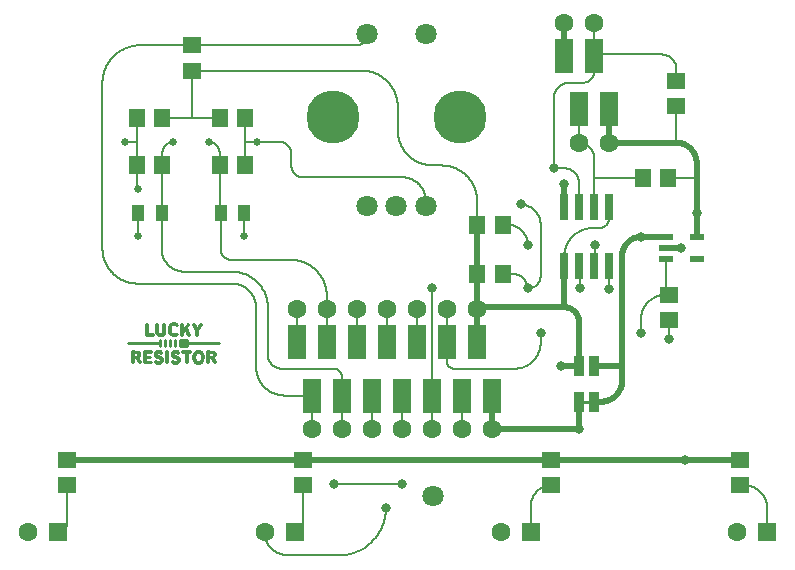
<source format=gbr>
G04 EAGLE Gerber RS-274X export*
G75*
%MOMM*%
%FSLAX34Y34*%
%LPD*%
%INTop Copper*%
%IPPOS*%
%AMOC8*
5,1,8,0,0,1.08239X$1,22.5*%
G01*
G04 Define Apertures*
%ADD10C,1.800000*%
%ADD11C,4.500000*%
%ADD12R,1.400000X1.600000*%
%ADD13R,1.000000X1.400000*%
%ADD14R,1.600000X1.400000*%
%ADD15R,1.500000X3.000000*%
%ADD16C,1.600000*%
%ADD17R,1.600000X1.600000*%
%ADD18R,1.200000X0.600000*%
%ADD19R,0.700000X2.200000*%
%ADD20R,0.914400X1.778000*%
%ADD21C,0.254000*%
%ADD22C,0.220000*%
%ADD23C,0.200000*%
%ADD24C,0.500000*%
%ADD25C,0.800000*%
%ADD26C,0.650000*%
D10*
X363900Y316100D03*
X338900Y316100D03*
X313900Y316100D03*
X363900Y461100D03*
X313900Y461100D03*
D11*
X392900Y391100D03*
X284900Y391100D03*
D12*
X119250Y350000D03*
X140750Y350000D03*
X210750Y350000D03*
X189250Y350000D03*
D13*
X140000Y310000D03*
X120000Y310000D03*
X190000Y310000D03*
X210000Y310000D03*
D12*
X119250Y390000D03*
X140750Y390000D03*
X210750Y390000D03*
X189250Y390000D03*
D14*
X166000Y451750D03*
X166000Y430250D03*
D15*
X330650Y200200D03*
X305250Y200200D03*
X279850Y200200D03*
X254450Y200200D03*
X356050Y200200D03*
X381450Y200200D03*
X406850Y200200D03*
X267150Y155200D03*
X292550Y155200D03*
X317950Y155200D03*
X343350Y155200D03*
X368750Y155200D03*
X394150Y155200D03*
X419550Y155200D03*
D16*
X254450Y228500D03*
X279850Y228500D03*
X305250Y228500D03*
X330650Y228500D03*
X356050Y228500D03*
X381450Y228500D03*
X406850Y228500D03*
X419550Y126900D03*
X394150Y126900D03*
X368750Y126900D03*
X343350Y126900D03*
X317950Y126900D03*
X292550Y126900D03*
X267150Y126900D03*
D17*
X652700Y40000D03*
D16*
X627300Y40000D03*
D17*
X452700Y40000D03*
D16*
X427300Y40000D03*
D17*
X252700Y40000D03*
D16*
X227300Y40000D03*
D17*
X52700Y40000D03*
D16*
X27300Y40000D03*
D14*
X630000Y79250D03*
X630000Y100750D03*
X470000Y79250D03*
X470000Y100750D03*
X260000Y79250D03*
X260000Y100750D03*
X60000Y79250D03*
X60000Y100750D03*
D18*
X593060Y289500D03*
X593060Y270500D03*
X566940Y289500D03*
X566940Y280000D03*
X566940Y270500D03*
D14*
X570000Y219250D03*
X570000Y240750D03*
D19*
X480950Y265296D03*
X493650Y265296D03*
X506350Y265296D03*
X519050Y265296D03*
X519050Y314704D03*
X506350Y314704D03*
X493650Y314704D03*
X480950Y314704D03*
D20*
X506350Y180000D03*
X493650Y180000D03*
X506350Y150000D03*
X493650Y150000D03*
D21*
X506350Y150000D01*
D12*
X428750Y300000D03*
X407250Y300000D03*
X428750Y258000D03*
X407250Y258000D03*
D14*
X576000Y421750D03*
X576000Y400250D03*
D12*
X547250Y339000D03*
X568750Y339000D03*
D15*
X480950Y442540D03*
X506350Y442540D03*
X493650Y397540D03*
X519050Y397540D03*
D16*
X480950Y470840D03*
X506350Y470840D03*
X493650Y369240D03*
X519050Y369240D03*
D22*
X170869Y183041D02*
X169936Y183117D01*
X169515Y183211D01*
X169126Y183343D01*
X168767Y183513D01*
X168439Y183721D01*
X168142Y183965D01*
X167876Y184248D01*
X167642Y184567D01*
X167438Y184924D01*
X167266Y185319D01*
X167014Y186219D01*
X166889Y187267D01*
X166910Y188644D01*
X167014Y189350D01*
X167178Y189969D01*
X167393Y190508D01*
X167653Y190971D01*
X167948Y191365D01*
X168270Y191695D01*
X168612Y191966D01*
X168966Y192185D01*
X169323Y192356D01*
X170017Y192579D01*
X170628Y192681D01*
X171093Y192705D01*
X171553Y192685D01*
X171984Y192626D01*
X172387Y192529D01*
X172762Y192392D01*
X173108Y192218D01*
X173425Y192006D01*
X173713Y191755D01*
X173971Y191468D01*
X174200Y191143D01*
X174399Y190781D01*
X174568Y190382D01*
X174815Y189475D01*
X174940Y188425D01*
X174946Y187432D01*
X174867Y186589D01*
X174688Y185761D01*
X174553Y185363D01*
X174384Y184982D01*
X174178Y184622D01*
X173933Y184288D01*
X173646Y183983D01*
X173313Y183714D01*
X172932Y183484D01*
X172500Y183297D01*
X172014Y183158D01*
X171472Y183071D01*
X170869Y183041D01*
X170560Y192423D02*
X170921Y192443D01*
X170560Y192423D02*
X170217Y192364D01*
X169893Y192266D01*
X169588Y192132D01*
X169304Y191961D01*
X169041Y191754D01*
X168799Y191514D01*
X168580Y191240D01*
X168385Y190934D01*
X168213Y190596D01*
X167943Y189831D01*
X167777Y188952D01*
X167721Y187968D01*
X167821Y186553D01*
X167938Y185966D01*
X168093Y185453D01*
X168281Y185009D01*
X168496Y184629D01*
X168733Y184308D01*
X168987Y184042D01*
X169252Y183825D01*
X169524Y183653D01*
X169797Y183520D01*
X170065Y183423D01*
X170568Y183314D01*
X170990Y183286D01*
X171397Y183312D01*
X171882Y183418D01*
X172140Y183512D01*
X172403Y183639D01*
X172664Y183805D01*
X172920Y184014D01*
X173164Y184271D01*
X173392Y184580D01*
X173599Y184946D01*
X173780Y185373D01*
X173929Y185868D01*
X174114Y187074D01*
X174124Y188320D01*
X174012Y189289D01*
X173792Y190143D01*
X173644Y190525D01*
X173471Y190876D01*
X173274Y191194D01*
X173054Y191478D01*
X172811Y191728D01*
X172547Y191942D01*
X172261Y192120D01*
X171955Y192259D01*
X171629Y192361D01*
X171284Y192422D01*
X170921Y192443D01*
X151360Y183041D02*
X150589Y183091D01*
X149834Y183224D01*
X148507Y183640D01*
X148673Y184044D01*
X150051Y183589D01*
X150738Y183455D01*
X151377Y183406D01*
X151681Y183419D01*
X151960Y183455D01*
X152215Y183513D01*
X152447Y183591D01*
X152656Y183688D01*
X152843Y183803D01*
X153008Y183932D01*
X153154Y184075D01*
X153279Y184230D01*
X153386Y184395D01*
X153474Y184568D01*
X153544Y184748D01*
X153635Y185123D01*
X153665Y185504D01*
X153647Y185783D01*
X153597Y186037D01*
X153518Y186268D01*
X153411Y186477D01*
X153281Y186666D01*
X153130Y186835D01*
X152961Y186988D01*
X152583Y187245D01*
X152169Y187450D01*
X150305Y188088D01*
X149841Y188299D01*
X149449Y188538D01*
X149281Y188671D01*
X149132Y188814D01*
X149002Y188969D01*
X148892Y189136D01*
X148801Y189318D01*
X148730Y189514D01*
X148679Y189727D01*
X148648Y189958D01*
X148638Y190207D01*
X148665Y190617D01*
X148740Y190980D01*
X148859Y191298D01*
X149016Y191575D01*
X149204Y191814D01*
X149418Y192016D01*
X149653Y192186D01*
X149901Y192325D01*
X150418Y192526D01*
X150921Y192640D01*
X151704Y192705D01*
X152390Y192651D01*
X153074Y192497D01*
X153737Y192249D01*
X154360Y191916D01*
X154136Y191631D01*
X153480Y191978D01*
X152855Y192226D01*
X152263Y192376D01*
X151704Y192425D01*
X151247Y192387D01*
X151032Y192340D01*
X150829Y192276D01*
X150636Y192196D01*
X150456Y192099D01*
X150289Y191987D01*
X150137Y191862D01*
X149998Y191722D01*
X149876Y191570D01*
X149770Y191406D01*
X149682Y191230D01*
X149612Y191044D01*
X149560Y190848D01*
X149529Y190644D01*
X149518Y190431D01*
X149535Y190156D01*
X149583Y189906D01*
X149660Y189677D01*
X149764Y189468D01*
X149892Y189279D01*
X150040Y189108D01*
X150208Y188953D01*
X150590Y188686D01*
X151016Y188467D01*
X153000Y187751D01*
X153470Y187534D01*
X153859Y187291D01*
X154023Y187158D01*
X154168Y187014D01*
X154293Y186859D01*
X154398Y186691D01*
X154484Y186508D01*
X154551Y186310D01*
X154598Y186095D01*
X154636Y185608D01*
X154610Y185197D01*
X154536Y184832D01*
X154418Y184510D01*
X154263Y184229D01*
X154075Y183986D01*
X153859Y183777D01*
X153622Y183602D01*
X153367Y183456D01*
X152829Y183242D01*
X152287Y183116D01*
X151360Y183041D01*
X136964Y183041D02*
X136194Y183091D01*
X135439Y183224D01*
X134112Y183642D01*
X134277Y184044D01*
X135656Y183589D01*
X136343Y183455D01*
X136982Y183406D01*
X137286Y183419D01*
X137565Y183455D01*
X137820Y183513D01*
X138052Y183591D01*
X138261Y183688D01*
X138448Y183803D01*
X138614Y183932D01*
X138759Y184075D01*
X138885Y184230D01*
X138992Y184395D01*
X139080Y184568D01*
X139151Y184748D01*
X139242Y185123D01*
X139271Y185504D01*
X139254Y185783D01*
X139204Y186037D01*
X139124Y186268D01*
X139017Y186477D01*
X138887Y186666D01*
X138736Y186835D01*
X138567Y186988D01*
X138188Y187245D01*
X137774Y187450D01*
X135910Y188088D01*
X135445Y188299D01*
X135054Y188538D01*
X134886Y188671D01*
X134737Y188814D01*
X134607Y188969D01*
X134497Y189136D01*
X134406Y189318D01*
X134335Y189514D01*
X134284Y189727D01*
X134253Y189958D01*
X134243Y190207D01*
X134269Y190617D01*
X134345Y190980D01*
X134464Y191298D01*
X134621Y191575D01*
X134809Y191814D01*
X135023Y192016D01*
X135257Y192186D01*
X135506Y192325D01*
X136022Y192526D01*
X136526Y192640D01*
X137309Y192705D01*
X137994Y192652D01*
X138678Y192497D01*
X139342Y192250D01*
X139965Y191916D01*
X139739Y191631D01*
X139083Y191978D01*
X138458Y192226D01*
X137866Y192376D01*
X137309Y192425D01*
X136851Y192387D01*
X136637Y192340D01*
X136433Y192276D01*
X136241Y192196D01*
X136061Y192099D01*
X135894Y191987D01*
X135741Y191862D01*
X135603Y191722D01*
X135481Y191570D01*
X135375Y191406D01*
X135287Y191230D01*
X135216Y191044D01*
X135165Y190848D01*
X135134Y190644D01*
X135123Y190431D01*
X135140Y190156D01*
X135188Y189906D01*
X135265Y189677D01*
X135369Y189468D01*
X135496Y189279D01*
X135645Y189108D01*
X135813Y188953D01*
X136194Y188686D01*
X136620Y188467D01*
X138604Y187751D01*
X139073Y187534D01*
X139461Y187291D01*
X139626Y187158D01*
X139770Y187014D01*
X139895Y186859D01*
X140000Y186691D01*
X140086Y186508D01*
X140152Y186310D01*
X140200Y186095D01*
X140237Y185608D01*
X140211Y185197D01*
X140137Y184832D01*
X140020Y184510D01*
X139864Y184229D01*
X139676Y183986D01*
X139461Y183777D01*
X139224Y183602D01*
X138970Y183456D01*
X138432Y183242D01*
X137891Y183116D01*
X136964Y183041D01*
X183107Y186605D02*
X184608Y183248D01*
X183107Y186605D02*
X182871Y186908D01*
X182746Y187032D01*
X182485Y187230D01*
X182219Y187370D01*
X181958Y187461D01*
X181712Y187512D01*
X180469Y187529D01*
X180360Y187513D01*
X180254Y187486D01*
X180154Y187449D01*
X180057Y187402D01*
X179967Y187347D01*
X179882Y187284D01*
X179804Y187213D01*
X179733Y187135D01*
X179670Y187050D01*
X179615Y186959D01*
X179569Y186863D01*
X179532Y186762D01*
X179504Y186656D01*
X179488Y186547D01*
X179482Y183248D01*
X178717Y183248D01*
X178717Y192498D01*
X182742Y192448D01*
X183533Y192308D01*
X183850Y192208D01*
X184120Y192091D01*
X184346Y191959D01*
X184533Y191812D01*
X184684Y191653D01*
X184802Y191484D01*
X184892Y191306D01*
X184958Y191121D01*
X185002Y190930D01*
X185042Y190541D01*
X185039Y190163D01*
X184987Y189823D01*
X184889Y189516D01*
X184753Y189241D01*
X184588Y188999D01*
X184399Y188790D01*
X184196Y188615D01*
X183984Y188474D01*
X183810Y188380D01*
X183684Y188293D01*
X183573Y188191D01*
X183477Y188074D01*
X183398Y187947D01*
X183337Y187809D01*
X183296Y187663D01*
X183274Y187511D01*
X183274Y187356D01*
X183296Y187204D01*
X183337Y187058D01*
X183398Y186920D01*
X183477Y186793D01*
X183573Y186677D01*
X183684Y186574D01*
X183810Y186487D01*
X183884Y186446D01*
X183902Y186433D01*
X183955Y186380D01*
X184022Y186288D01*
X185370Y183248D01*
X184608Y183248D01*
X180581Y192391D02*
X180469Y192385D01*
X180360Y192369D01*
X180254Y192342D01*
X180154Y192305D01*
X180057Y192258D01*
X179967Y192203D01*
X179882Y192140D01*
X179804Y192069D01*
X179733Y191991D01*
X179670Y191906D01*
X179615Y191815D01*
X179569Y191719D01*
X179532Y191618D01*
X179504Y191512D01*
X179488Y191403D01*
X179488Y188596D01*
X179504Y188486D01*
X179532Y188381D01*
X179569Y188280D01*
X179615Y188183D01*
X179670Y188093D01*
X179733Y188008D01*
X179804Y187930D01*
X179882Y187859D01*
X179967Y187795D01*
X180057Y187740D01*
X180154Y187694D01*
X180254Y187657D01*
X180360Y187630D01*
X180469Y187613D01*
X181980Y187619D01*
X182247Y187653D01*
X182499Y187708D01*
X182737Y187784D01*
X182959Y187881D01*
X183166Y187998D01*
X183356Y188133D01*
X183529Y188287D01*
X183684Y188459D01*
X183820Y188648D01*
X183937Y188853D01*
X184034Y189074D01*
X184111Y189310D01*
X184167Y189561D01*
X184212Y190103D01*
X184187Y190501D01*
X184103Y190901D01*
X184033Y191097D01*
X183943Y191286D01*
X183830Y191467D01*
X183692Y191639D01*
X183528Y191798D01*
X183335Y191942D01*
X183113Y192071D01*
X182858Y192180D01*
X182568Y192269D01*
X182243Y192336D01*
X180581Y192391D01*
X160511Y191127D02*
X160517Y183248D01*
X160511Y191127D02*
X160494Y191237D01*
X160467Y191342D01*
X160430Y191443D01*
X160384Y191539D01*
X160329Y191630D01*
X160266Y191715D01*
X160195Y191793D01*
X160117Y191864D01*
X160032Y191927D01*
X159941Y191983D01*
X159845Y192029D01*
X159744Y192066D01*
X159639Y192093D01*
X159530Y192110D01*
X157468Y192115D01*
X157468Y192498D01*
X164434Y192498D01*
X164434Y192115D01*
X162251Y192110D01*
X162142Y192093D01*
X162037Y192066D01*
X161936Y192029D01*
X161840Y191983D01*
X161749Y191927D01*
X161665Y191864D01*
X161587Y191793D01*
X161516Y191715D01*
X161452Y191630D01*
X161397Y191539D01*
X161351Y191443D01*
X161314Y191342D01*
X161287Y191237D01*
X161270Y191127D01*
X161264Y183248D01*
X160517Y183248D01*
X144006Y183248D02*
X144006Y192498D01*
X144766Y192498D01*
X144766Y183248D01*
X144006Y183248D01*
X125477Y183248D02*
X125477Y192498D01*
X130767Y192498D01*
X130767Y192115D01*
X127226Y192110D01*
X127117Y192093D01*
X127011Y192066D01*
X126910Y192029D01*
X126814Y191983D01*
X126723Y191927D01*
X126639Y191864D01*
X126560Y191793D01*
X126489Y191715D01*
X126426Y191630D01*
X126371Y191539D01*
X126325Y191443D01*
X126288Y191342D01*
X126260Y191237D01*
X126244Y191127D01*
X126244Y189164D01*
X126260Y189055D01*
X126288Y188949D01*
X126325Y188848D01*
X126371Y188752D01*
X126426Y188661D01*
X126489Y188576D01*
X126560Y188498D01*
X126639Y188427D01*
X126723Y188364D01*
X126814Y188309D01*
X126910Y188262D01*
X127011Y188225D01*
X127117Y188198D01*
X127226Y188182D01*
X130129Y188176D01*
X130129Y187794D01*
X127226Y187788D01*
X127117Y187771D01*
X127011Y187744D01*
X126910Y187707D01*
X126814Y187661D01*
X126723Y187606D01*
X126639Y187542D01*
X126560Y187471D01*
X126489Y187393D01*
X126426Y187308D01*
X126371Y187218D01*
X126325Y187121D01*
X126288Y187020D01*
X126260Y186915D01*
X126244Y186805D01*
X126244Y184617D01*
X126260Y184507D01*
X126288Y184402D01*
X126325Y184301D01*
X126371Y184204D01*
X126426Y184114D01*
X126489Y184029D01*
X126560Y183951D01*
X126639Y183880D01*
X126723Y183816D01*
X126814Y183761D01*
X126910Y183715D01*
X127011Y183678D01*
X127117Y183651D01*
X127226Y183634D01*
X130887Y183628D01*
X130887Y183248D01*
X125477Y183248D01*
X120895Y183248D02*
X119393Y186605D01*
X119158Y186908D01*
X118903Y187139D01*
X118638Y187307D01*
X118374Y187421D01*
X118120Y187491D01*
X117885Y187526D01*
X116757Y187529D01*
X116647Y187513D01*
X116542Y187486D01*
X116441Y187449D01*
X116344Y187402D01*
X116254Y187347D01*
X116169Y187284D01*
X116091Y187213D01*
X116020Y187135D01*
X115956Y187050D01*
X115901Y186959D01*
X115855Y186863D01*
X115818Y186762D01*
X115791Y186656D01*
X115774Y186547D01*
X115768Y183248D01*
X115007Y183248D01*
X115007Y192498D01*
X119030Y192448D01*
X119820Y192308D01*
X120137Y192208D01*
X120406Y192091D01*
X120632Y191959D01*
X120819Y191812D01*
X120969Y191653D01*
X121088Y191484D01*
X121177Y191306D01*
X121243Y191121D01*
X121287Y190930D01*
X121327Y190541D01*
X121324Y190163D01*
X121271Y189823D01*
X121174Y189516D01*
X121039Y189241D01*
X120873Y188999D01*
X120685Y188790D01*
X120482Y188615D01*
X120271Y188474D01*
X120096Y188380D01*
X119970Y188293D01*
X119859Y188191D01*
X119763Y188074D01*
X119683Y187947D01*
X119622Y187809D01*
X119581Y187663D01*
X119559Y187511D01*
X119559Y187356D01*
X119581Y187204D01*
X119622Y187058D01*
X119683Y186920D01*
X119763Y186793D01*
X119859Y186677D01*
X119970Y186574D01*
X120096Y186487D01*
X120170Y186446D01*
X120188Y186433D01*
X120241Y186380D01*
X120309Y186288D01*
X120382Y186155D01*
X121660Y183248D01*
X120895Y183248D01*
X116869Y192391D02*
X116757Y192385D01*
X116647Y192369D01*
X116542Y192342D01*
X116441Y192305D01*
X116344Y192258D01*
X116254Y192203D01*
X116169Y192140D01*
X116091Y192069D01*
X116020Y191991D01*
X115956Y191906D01*
X115901Y191815D01*
X115855Y191719D01*
X115818Y191618D01*
X115791Y191512D01*
X115774Y191403D01*
X115774Y188596D01*
X115791Y188486D01*
X115818Y188381D01*
X115855Y188280D01*
X115901Y188183D01*
X115956Y188093D01*
X116020Y188008D01*
X116091Y187930D01*
X116169Y187859D01*
X116254Y187795D01*
X116344Y187740D01*
X116441Y187694D01*
X116542Y187657D01*
X116647Y187630D01*
X116757Y187613D01*
X118268Y187619D01*
X118534Y187653D01*
X118787Y187708D01*
X119024Y187784D01*
X119247Y187881D01*
X119453Y187998D01*
X119643Y188133D01*
X119816Y188287D01*
X119971Y188459D01*
X120108Y188648D01*
X120225Y188853D01*
X120322Y189074D01*
X120399Y189310D01*
X120455Y189561D01*
X120500Y190103D01*
X120475Y190501D01*
X120391Y190901D01*
X120321Y191097D01*
X120231Y191286D01*
X120118Y191467D01*
X119980Y191639D01*
X119816Y191798D01*
X119624Y191942D01*
X119401Y192071D01*
X119146Y192180D01*
X118857Y192269D01*
X118531Y192336D01*
X116869Y192391D01*
X155698Y202557D02*
X161784Y202557D01*
X161784Y200882D01*
X161784Y198962D01*
X161784Y197121D01*
X155698Y197121D01*
X150206Y206652D02*
X149586Y206681D01*
X149028Y206767D01*
X148528Y206904D01*
X148083Y207088D01*
X147691Y207315D01*
X147349Y207581D01*
X147053Y207880D01*
X146801Y208210D01*
X146590Y208564D01*
X146416Y208940D01*
X146171Y209737D01*
X146041Y210565D01*
X146003Y211389D01*
X146037Y212177D01*
X146134Y212878D01*
X146288Y213495D01*
X146491Y214035D01*
X146738Y214502D01*
X147020Y214902D01*
X147330Y215240D01*
X147663Y215520D01*
X148011Y215748D01*
X148368Y215929D01*
X148725Y216069D01*
X149417Y216242D01*
X150031Y216309D01*
X150478Y216311D01*
X150842Y216278D01*
X151191Y216212D01*
X151527Y216112D01*
X151849Y215980D01*
X152157Y215815D01*
X152451Y215616D01*
X152865Y215258D01*
X152517Y215008D01*
X151965Y215467D01*
X151680Y215647D01*
X151389Y215794D01*
X151091Y215908D01*
X150786Y215989D01*
X150474Y216037D01*
X150154Y216054D01*
X149854Y216040D01*
X149554Y215996D01*
X149256Y215923D01*
X148964Y215817D01*
X148680Y215679D01*
X148407Y215506D01*
X148147Y215296D01*
X147903Y215050D01*
X147678Y214764D01*
X147474Y214438D01*
X147295Y214071D01*
X147142Y213661D01*
X146927Y212705D01*
X146850Y211561D01*
X146880Y210793D01*
X146967Y210113D01*
X147104Y209516D01*
X147283Y208997D01*
X147498Y208550D01*
X147744Y208171D01*
X148012Y207853D01*
X148297Y207591D01*
X148591Y207380D01*
X148888Y207215D01*
X149182Y207090D01*
X149731Y206939D01*
X150186Y206884D01*
X150785Y206903D01*
X151344Y207011D01*
X151896Y207205D01*
X152579Y207572D01*
X152734Y207372D01*
X152153Y207047D01*
X151549Y206823D01*
X150906Y206693D01*
X150206Y206652D01*
X138876Y206652D02*
X137917Y206705D01*
X137149Y206860D01*
X136830Y206973D01*
X136552Y207109D01*
X136312Y207268D01*
X136108Y207447D01*
X135937Y207647D01*
X135797Y207866D01*
X135685Y208104D01*
X135599Y208360D01*
X135495Y208922D01*
X135464Y216109D01*
X136225Y216109D01*
X136273Y209094D01*
X136331Y208807D01*
X136411Y208539D01*
X136513Y208290D01*
X136637Y208059D01*
X136782Y207849D01*
X136947Y207658D01*
X137132Y207487D01*
X137337Y207338D01*
X137560Y207211D01*
X137802Y207105D01*
X138062Y207022D01*
X138340Y206962D01*
X138945Y206914D01*
X139234Y206926D01*
X139510Y206964D01*
X139773Y207025D01*
X140021Y207110D01*
X140253Y207217D01*
X140470Y207345D01*
X140670Y207494D01*
X140852Y207663D01*
X141015Y207851D01*
X141160Y208057D01*
X141284Y208281D01*
X141388Y208521D01*
X141469Y208777D01*
X141529Y209048D01*
X141577Y216109D01*
X142339Y216109D01*
X142309Y208855D01*
X142223Y208472D01*
X142089Y208136D01*
X141912Y207844D01*
X141699Y207592D01*
X141458Y207379D01*
X141193Y207200D01*
X140912Y207052D01*
X140329Y206841D01*
X139760Y206720D01*
X138876Y206652D01*
X169471Y206859D02*
X169463Y210281D01*
X169440Y210411D01*
X169401Y210538D01*
X166491Y216109D01*
X167231Y216109D01*
X168990Y212465D01*
X169085Y212343D01*
X169195Y212236D01*
X169318Y212146D01*
X169453Y212073D01*
X169597Y212020D01*
X169748Y211988D01*
X169905Y211976D01*
X170062Y211987D01*
X170219Y212019D01*
X170371Y212070D01*
X170517Y212140D01*
X170651Y212227D01*
X170771Y212330D01*
X170874Y212449D01*
X172737Y216109D01*
X173291Y216109D01*
X170292Y210567D01*
X170251Y210436D01*
X170227Y210302D01*
X170218Y206859D01*
X169471Y206859D01*
X162205Y206859D02*
X160370Y210600D01*
X160285Y210713D01*
X160186Y210813D01*
X160076Y210900D01*
X159956Y210971D01*
X159827Y211028D01*
X159691Y211067D01*
X159513Y211092D01*
X159464Y211094D01*
X159322Y211087D01*
X159194Y211064D01*
X159071Y211026D01*
X158954Y210975D01*
X158843Y210910D01*
X158740Y210833D01*
X158647Y210743D01*
X157499Y209174D01*
X157420Y209020D01*
X157367Y208856D01*
X157340Y208685D01*
X157337Y206859D01*
X156593Y206859D01*
X156593Y216109D01*
X157337Y216109D01*
X157354Y213309D01*
X157405Y213017D01*
X157487Y212761D01*
X157598Y212540D01*
X157733Y212355D01*
X157809Y212277D01*
X157889Y212207D01*
X157974Y212146D01*
X158063Y212094D01*
X158155Y212051D01*
X158251Y212017D01*
X158349Y211992D01*
X158450Y211977D01*
X158552Y211970D01*
X158761Y211985D01*
X158972Y212037D01*
X159182Y212125D01*
X159387Y212251D01*
X159584Y212414D01*
X159770Y212615D01*
X162153Y216109D01*
X162739Y216109D01*
X160574Y212973D01*
X160516Y212838D01*
X160476Y212698D01*
X160456Y212554D01*
X160455Y212409D01*
X160473Y212264D01*
X160511Y212122D01*
X163121Y206859D01*
X162205Y206859D01*
X127113Y206859D02*
X127113Y216109D01*
X127890Y216109D01*
X127896Y208246D01*
X127912Y208137D01*
X127940Y208032D01*
X127977Y207930D01*
X128023Y207834D01*
X128078Y207743D01*
X128141Y207659D01*
X128212Y207581D01*
X128291Y207510D01*
X128375Y207446D01*
X128466Y207391D01*
X128562Y207345D01*
X128663Y207308D01*
X128769Y207281D01*
X128878Y207264D01*
X132455Y207258D01*
X132455Y206859D01*
X127113Y206859D01*
X138651Y200001D02*
X111381Y200001D01*
X161797Y199863D02*
X188735Y199863D01*
X138651Y202557D02*
X138651Y197121D01*
X142913Y197121D02*
X142913Y202557D01*
X147174Y202557D02*
X147174Y197121D01*
X151436Y197121D02*
X151436Y202557D01*
X155698Y202557D02*
X155698Y200882D01*
X155698Y198962D01*
X155698Y197121D01*
X155698Y200882D02*
X161784Y200882D01*
X161784Y198962D02*
X155698Y198962D01*
D10*
X370000Y70000D03*
D23*
X254450Y200200D02*
X254450Y228500D01*
D24*
X480950Y442540D02*
X480950Y470840D01*
D23*
X519050Y265296D02*
X519050Y245000D01*
X519000Y245000D01*
D25*
X519000Y245000D03*
D23*
X570000Y219250D02*
X570000Y203000D01*
D25*
X570000Y203000D03*
D24*
X566940Y280000D02*
X580000Y280000D01*
D25*
X580000Y280000D03*
D23*
X120000Y290000D02*
X120000Y310000D01*
D26*
X120000Y290000D03*
D23*
X210000Y290000D02*
X210000Y310000D01*
D26*
X210000Y290000D03*
D23*
X119250Y350000D02*
X119250Y370000D01*
X119250Y390000D01*
D26*
X109000Y370000D03*
D23*
X119250Y370000D01*
D26*
X120000Y330000D03*
D23*
X119250Y330000D01*
X119250Y350000D01*
X292550Y155200D02*
X292550Y126900D01*
X140750Y310000D02*
X140750Y350000D01*
X140750Y310000D02*
X140000Y310000D01*
D26*
X150000Y370000D03*
D23*
X140750Y360750D02*
X140750Y350000D01*
X140750Y360750D02*
X140753Y360974D01*
X140761Y361197D01*
X140774Y361420D01*
X140793Y361643D01*
X140817Y361865D01*
X140847Y362087D01*
X140882Y362307D01*
X140922Y362527D01*
X140968Y362746D01*
X141019Y362964D01*
X141075Y363180D01*
X141136Y363395D01*
X141203Y363608D01*
X141274Y363820D01*
X141351Y364030D01*
X141433Y364238D01*
X141520Y364444D01*
X141611Y364648D01*
X141708Y364850D01*
X141810Y365049D01*
X141916Y365245D01*
X142027Y365439D01*
X142142Y365631D01*
X142263Y365819D01*
X142387Y366005D01*
X142517Y366187D01*
X142650Y366366D01*
X142788Y366542D01*
X142930Y366715D01*
X143076Y366884D01*
X143227Y367049D01*
X143381Y367211D01*
X143539Y367369D01*
X143701Y367523D01*
X143866Y367674D01*
X144035Y367820D01*
X144208Y367962D01*
X144384Y368100D01*
X144563Y368233D01*
X144745Y368363D01*
X144931Y368487D01*
X145119Y368608D01*
X145311Y368723D01*
X145505Y368834D01*
X145701Y368940D01*
X145900Y369042D01*
X146102Y369139D01*
X146306Y369230D01*
X146512Y369317D01*
X146720Y369399D01*
X146930Y369476D01*
X147142Y369547D01*
X147355Y369614D01*
X147570Y369675D01*
X147786Y369731D01*
X148004Y369782D01*
X148223Y369828D01*
X148443Y369868D01*
X148663Y369903D01*
X148885Y369933D01*
X149107Y369957D01*
X149330Y369976D01*
X149553Y369989D01*
X149776Y369997D01*
X150000Y370000D01*
X140000Y310000D02*
X140000Y280000D01*
X140006Y279517D01*
X140023Y279034D01*
X140053Y278551D01*
X140093Y278070D01*
X140146Y277589D01*
X140210Y277110D01*
X140285Y276633D01*
X140373Y276157D01*
X140471Y275684D01*
X140581Y275214D01*
X140702Y274746D01*
X140835Y274281D01*
X140979Y273820D01*
X141134Y273362D01*
X141300Y272908D01*
X141477Y272458D01*
X141664Y272013D01*
X141863Y271572D01*
X142071Y271136D01*
X142291Y270706D01*
X142521Y270280D01*
X142761Y269861D01*
X143011Y269447D01*
X143271Y269040D01*
X143540Y268639D01*
X143820Y268244D01*
X144108Y267857D01*
X144407Y267476D01*
X144714Y267103D01*
X145030Y266738D01*
X145355Y266380D01*
X145688Y266030D01*
X146030Y265688D01*
X146380Y265355D01*
X146738Y265030D01*
X147103Y264714D01*
X147476Y264407D01*
X147857Y264108D01*
X148244Y263820D01*
X148639Y263540D01*
X149040Y263271D01*
X149447Y263011D01*
X149861Y262761D01*
X150280Y262521D01*
X150706Y262291D01*
X151136Y262071D01*
X151572Y261863D01*
X152013Y261664D01*
X152458Y261477D01*
X152908Y261300D01*
X153362Y261134D01*
X153820Y260979D01*
X154281Y260835D01*
X154746Y260702D01*
X155214Y260581D01*
X155684Y260471D01*
X156157Y260373D01*
X156633Y260285D01*
X157110Y260210D01*
X157589Y260146D01*
X158070Y260093D01*
X158551Y260053D01*
X159034Y260023D01*
X159517Y260006D01*
X160000Y260000D01*
X200000Y260000D01*
X200725Y259991D01*
X201449Y259965D01*
X202173Y259921D01*
X202895Y259860D01*
X203616Y259781D01*
X204335Y259685D01*
X205051Y259572D01*
X205764Y259441D01*
X206474Y259293D01*
X207179Y259128D01*
X207881Y258946D01*
X208578Y258747D01*
X209271Y258532D01*
X209957Y258299D01*
X210638Y258050D01*
X211313Y257785D01*
X211981Y257504D01*
X212642Y257206D01*
X213296Y256893D01*
X213942Y256564D01*
X214580Y256219D01*
X215209Y255859D01*
X215829Y255484D01*
X216440Y255094D01*
X217042Y254690D01*
X217634Y254271D01*
X218215Y253837D01*
X218786Y253390D01*
X219345Y252929D01*
X219894Y252455D01*
X220430Y251968D01*
X220955Y251468D01*
X221468Y250955D01*
X221968Y250430D01*
X222455Y249894D01*
X222929Y249345D01*
X223390Y248786D01*
X223837Y248215D01*
X224271Y247634D01*
X224690Y247042D01*
X225094Y246440D01*
X225484Y245829D01*
X225859Y245209D01*
X226219Y244580D01*
X226564Y243942D01*
X226893Y243296D01*
X227206Y242642D01*
X227504Y241981D01*
X227785Y241313D01*
X228050Y240638D01*
X228299Y239957D01*
X228532Y239271D01*
X228747Y238578D01*
X228946Y237881D01*
X229128Y237179D01*
X229293Y236474D01*
X229441Y235764D01*
X229572Y235051D01*
X229685Y234335D01*
X229781Y233616D01*
X229860Y232895D01*
X229921Y232173D01*
X229965Y231449D01*
X229991Y230725D01*
X230000Y230000D01*
X230000Y190000D01*
X230004Y189710D01*
X230014Y189420D01*
X230032Y189131D01*
X230056Y188842D01*
X230087Y188554D01*
X230126Y188266D01*
X230171Y187980D01*
X230224Y187694D01*
X230283Y187411D01*
X230349Y187128D01*
X230421Y186848D01*
X230501Y186569D01*
X230587Y186292D01*
X230680Y186017D01*
X230780Y185745D01*
X230886Y185475D01*
X230998Y185208D01*
X231118Y184943D01*
X231243Y184682D01*
X231375Y184423D01*
X231512Y184168D01*
X231656Y183916D01*
X231806Y183668D01*
X231962Y183424D01*
X232124Y183183D01*
X232292Y182947D01*
X232465Y182714D01*
X232644Y182486D01*
X232828Y182262D01*
X233018Y182043D01*
X233213Y181828D01*
X233413Y181618D01*
X233618Y181413D01*
X233828Y181213D01*
X234043Y181018D01*
X234262Y180828D01*
X234486Y180644D01*
X234714Y180465D01*
X234947Y180292D01*
X235183Y180124D01*
X235424Y179962D01*
X235668Y179806D01*
X235916Y179656D01*
X236168Y179512D01*
X236423Y179375D01*
X236682Y179243D01*
X236943Y179118D01*
X237208Y178998D01*
X237475Y178886D01*
X237745Y178780D01*
X238017Y178680D01*
X238292Y178587D01*
X238569Y178501D01*
X238848Y178421D01*
X239128Y178349D01*
X239411Y178283D01*
X239694Y178224D01*
X239980Y178171D01*
X240266Y178126D01*
X240554Y178087D01*
X240842Y178056D01*
X241131Y178032D01*
X241420Y178014D01*
X241710Y178004D01*
X242000Y178000D01*
X286550Y178000D01*
X286702Y177998D01*
X286854Y177992D01*
X287006Y177983D01*
X287157Y177969D01*
X287308Y177952D01*
X287459Y177931D01*
X287609Y177906D01*
X287758Y177877D01*
X287906Y177845D01*
X288054Y177808D01*
X288201Y177769D01*
X288346Y177725D01*
X288491Y177677D01*
X288634Y177627D01*
X288776Y177572D01*
X288916Y177514D01*
X289055Y177452D01*
X289192Y177387D01*
X289328Y177318D01*
X289462Y177246D01*
X289594Y177171D01*
X289724Y177092D01*
X289852Y177010D01*
X289978Y176925D01*
X290101Y176836D01*
X290223Y176745D01*
X290342Y176650D01*
X290458Y176553D01*
X290572Y176452D01*
X290684Y176349D01*
X290793Y176243D01*
X290899Y176134D01*
X291002Y176022D01*
X291103Y175908D01*
X291200Y175792D01*
X291295Y175673D01*
X291386Y175551D01*
X291475Y175428D01*
X291560Y175302D01*
X291642Y175174D01*
X291721Y175044D01*
X291796Y174912D01*
X291868Y174778D01*
X291937Y174642D01*
X292002Y174505D01*
X292064Y174366D01*
X292122Y174226D01*
X292177Y174084D01*
X292227Y173941D01*
X292275Y173796D01*
X292319Y173651D01*
X292358Y173504D01*
X292395Y173356D01*
X292427Y173208D01*
X292456Y173059D01*
X292481Y172909D01*
X292502Y172758D01*
X292519Y172607D01*
X292533Y172456D01*
X292542Y172304D01*
X292548Y172152D01*
X292550Y172000D01*
X292550Y155200D01*
X210750Y350000D02*
X210750Y370000D01*
X210750Y390000D01*
D26*
X221000Y370000D03*
D23*
X210750Y370000D01*
X221000Y370000D02*
X240000Y370000D01*
X240242Y369997D01*
X240483Y369988D01*
X240724Y369974D01*
X240965Y369953D01*
X241205Y369927D01*
X241445Y369895D01*
X241684Y369857D01*
X241921Y369814D01*
X242158Y369764D01*
X242393Y369709D01*
X242627Y369649D01*
X242859Y369582D01*
X243090Y369511D01*
X243319Y369433D01*
X243546Y369350D01*
X243771Y369262D01*
X243994Y369168D01*
X244214Y369069D01*
X244432Y368964D01*
X244647Y368855D01*
X244860Y368740D01*
X245070Y368620D01*
X245276Y368495D01*
X245480Y368365D01*
X245681Y368230D01*
X245878Y368090D01*
X246072Y367946D01*
X246262Y367797D01*
X246448Y367643D01*
X246631Y367485D01*
X246810Y367323D01*
X246985Y367156D01*
X247156Y366985D01*
X247323Y366810D01*
X247485Y366631D01*
X247643Y366448D01*
X247797Y366262D01*
X247946Y366072D01*
X248090Y365878D01*
X248230Y365681D01*
X248365Y365480D01*
X248495Y365276D01*
X248620Y365070D01*
X248740Y364860D01*
X248855Y364647D01*
X248964Y364432D01*
X249069Y364214D01*
X249168Y363994D01*
X249262Y363771D01*
X249350Y363546D01*
X249433Y363319D01*
X249511Y363090D01*
X249582Y362859D01*
X249649Y362627D01*
X249709Y362393D01*
X249764Y362158D01*
X249814Y361921D01*
X249857Y361684D01*
X249895Y361445D01*
X249927Y361205D01*
X249953Y360965D01*
X249974Y360724D01*
X249988Y360483D01*
X249997Y360242D01*
X250000Y360000D01*
X250000Y350000D01*
X250003Y349758D01*
X250012Y349517D01*
X250026Y349276D01*
X250047Y349035D01*
X250073Y348795D01*
X250105Y348555D01*
X250143Y348316D01*
X250186Y348079D01*
X250236Y347842D01*
X250291Y347607D01*
X250351Y347373D01*
X250418Y347141D01*
X250489Y346910D01*
X250567Y346681D01*
X250650Y346454D01*
X250738Y346229D01*
X250832Y346006D01*
X250931Y345786D01*
X251036Y345568D01*
X251145Y345353D01*
X251260Y345140D01*
X251380Y344930D01*
X251505Y344724D01*
X251635Y344520D01*
X251770Y344319D01*
X251910Y344122D01*
X252054Y343928D01*
X252203Y343738D01*
X252357Y343552D01*
X252515Y343369D01*
X252677Y343190D01*
X252844Y343015D01*
X253015Y342844D01*
X253190Y342677D01*
X253369Y342515D01*
X253552Y342357D01*
X253738Y342203D01*
X253928Y342054D01*
X254122Y341910D01*
X254319Y341770D01*
X254520Y341635D01*
X254724Y341505D01*
X254930Y341380D01*
X255140Y341260D01*
X255353Y341145D01*
X255568Y341036D01*
X255786Y340931D01*
X256006Y340832D01*
X256229Y340738D01*
X256454Y340650D01*
X256681Y340567D01*
X256910Y340489D01*
X257141Y340418D01*
X257373Y340351D01*
X257607Y340291D01*
X257842Y340236D01*
X258079Y340186D01*
X258316Y340143D01*
X258555Y340105D01*
X258795Y340073D01*
X259035Y340047D01*
X259276Y340026D01*
X259517Y340012D01*
X259758Y340003D01*
X260000Y340000D01*
X343900Y340000D01*
X344383Y339994D01*
X344866Y339977D01*
X345349Y339947D01*
X345830Y339907D01*
X346311Y339854D01*
X346790Y339790D01*
X347267Y339715D01*
X347743Y339627D01*
X348216Y339529D01*
X348686Y339419D01*
X349154Y339298D01*
X349619Y339165D01*
X350080Y339021D01*
X350538Y338866D01*
X350992Y338700D01*
X351442Y338523D01*
X351887Y338336D01*
X352328Y338137D01*
X352764Y337929D01*
X353194Y337709D01*
X353620Y337479D01*
X354039Y337239D01*
X354453Y336989D01*
X354860Y336729D01*
X355261Y336460D01*
X355656Y336180D01*
X356043Y335892D01*
X356424Y335593D01*
X356797Y335286D01*
X357162Y334970D01*
X357520Y334645D01*
X357870Y334312D01*
X358212Y333970D01*
X358545Y333620D01*
X358870Y333262D01*
X359186Y332897D01*
X359493Y332524D01*
X359792Y332143D01*
X360080Y331756D01*
X360360Y331361D01*
X360629Y330960D01*
X360889Y330553D01*
X361139Y330139D01*
X361379Y329720D01*
X361609Y329294D01*
X361829Y328864D01*
X362037Y328428D01*
X362236Y327987D01*
X362423Y327542D01*
X362600Y327092D01*
X362766Y326638D01*
X362921Y326180D01*
X363065Y325719D01*
X363198Y325254D01*
X363319Y324786D01*
X363429Y324316D01*
X363527Y323843D01*
X363615Y323367D01*
X363690Y322890D01*
X363754Y322411D01*
X363807Y321930D01*
X363847Y321449D01*
X363877Y320966D01*
X363894Y320483D01*
X363900Y320000D01*
X363900Y316100D01*
X279850Y228500D02*
X279850Y200200D01*
X189250Y310000D02*
X189250Y350000D01*
X189250Y310000D02*
X190000Y310000D01*
D26*
X180000Y370000D03*
D23*
X180224Y369997D01*
X180447Y369989D01*
X180670Y369976D01*
X180893Y369957D01*
X181115Y369933D01*
X181337Y369903D01*
X181557Y369868D01*
X181777Y369828D01*
X181996Y369782D01*
X182214Y369731D01*
X182430Y369675D01*
X182645Y369614D01*
X182858Y369547D01*
X183070Y369476D01*
X183280Y369399D01*
X183488Y369317D01*
X183694Y369230D01*
X183898Y369139D01*
X184100Y369042D01*
X184299Y368940D01*
X184495Y368834D01*
X184689Y368723D01*
X184881Y368608D01*
X185069Y368487D01*
X185255Y368363D01*
X185437Y368233D01*
X185616Y368100D01*
X185792Y367962D01*
X185965Y367820D01*
X186134Y367674D01*
X186299Y367523D01*
X186461Y367369D01*
X186619Y367211D01*
X186773Y367049D01*
X186924Y366884D01*
X187070Y366715D01*
X187212Y366542D01*
X187350Y366366D01*
X187483Y366187D01*
X187613Y366005D01*
X187737Y365819D01*
X187858Y365631D01*
X187973Y365439D01*
X188084Y365245D01*
X188190Y365049D01*
X188292Y364850D01*
X188389Y364648D01*
X188480Y364444D01*
X188567Y364238D01*
X188649Y364030D01*
X188726Y363820D01*
X188797Y363608D01*
X188864Y363395D01*
X188925Y363180D01*
X188981Y362964D01*
X189032Y362746D01*
X189078Y362527D01*
X189118Y362307D01*
X189153Y362087D01*
X189183Y361865D01*
X189207Y361643D01*
X189226Y361420D01*
X189239Y361197D01*
X189247Y360974D01*
X189250Y360750D01*
X189250Y350000D01*
X190000Y310000D02*
X190000Y280000D01*
X190003Y279758D01*
X190012Y279517D01*
X190026Y279276D01*
X190047Y279035D01*
X190073Y278795D01*
X190105Y278555D01*
X190143Y278316D01*
X190186Y278079D01*
X190236Y277842D01*
X190291Y277607D01*
X190351Y277373D01*
X190418Y277141D01*
X190489Y276910D01*
X190567Y276681D01*
X190650Y276454D01*
X190738Y276229D01*
X190832Y276006D01*
X190931Y275786D01*
X191036Y275568D01*
X191145Y275353D01*
X191260Y275140D01*
X191380Y274930D01*
X191505Y274724D01*
X191635Y274520D01*
X191770Y274319D01*
X191910Y274122D01*
X192054Y273928D01*
X192203Y273738D01*
X192357Y273552D01*
X192515Y273369D01*
X192677Y273190D01*
X192844Y273015D01*
X193015Y272844D01*
X193190Y272677D01*
X193369Y272515D01*
X193552Y272357D01*
X193738Y272203D01*
X193928Y272054D01*
X194122Y271910D01*
X194319Y271770D01*
X194520Y271635D01*
X194724Y271505D01*
X194930Y271380D01*
X195140Y271260D01*
X195353Y271145D01*
X195568Y271036D01*
X195786Y270931D01*
X196006Y270832D01*
X196229Y270738D01*
X196454Y270650D01*
X196681Y270567D01*
X196910Y270489D01*
X197141Y270418D01*
X197373Y270351D01*
X197607Y270291D01*
X197842Y270236D01*
X198079Y270186D01*
X198316Y270143D01*
X198555Y270105D01*
X198795Y270073D01*
X199035Y270047D01*
X199276Y270026D01*
X199517Y270012D01*
X199758Y270003D01*
X200000Y270000D01*
X249850Y270000D01*
X250575Y269991D01*
X251299Y269965D01*
X252023Y269921D01*
X252745Y269860D01*
X253466Y269781D01*
X254185Y269685D01*
X254901Y269572D01*
X255614Y269441D01*
X256324Y269293D01*
X257029Y269128D01*
X257731Y268946D01*
X258428Y268747D01*
X259121Y268532D01*
X259807Y268299D01*
X260488Y268050D01*
X261163Y267785D01*
X261831Y267504D01*
X262492Y267206D01*
X263146Y266893D01*
X263792Y266564D01*
X264430Y266219D01*
X265059Y265859D01*
X265679Y265484D01*
X266290Y265094D01*
X266892Y264690D01*
X267484Y264271D01*
X268065Y263837D01*
X268636Y263390D01*
X269195Y262929D01*
X269744Y262455D01*
X270280Y261968D01*
X270805Y261468D01*
X271318Y260955D01*
X271818Y260430D01*
X272305Y259894D01*
X272779Y259345D01*
X273240Y258786D01*
X273687Y258215D01*
X274121Y257634D01*
X274540Y257042D01*
X274944Y256440D01*
X275334Y255829D01*
X275709Y255209D01*
X276069Y254580D01*
X276414Y253942D01*
X276743Y253296D01*
X277056Y252642D01*
X277354Y251981D01*
X277635Y251313D01*
X277900Y250638D01*
X278149Y249957D01*
X278382Y249271D01*
X278597Y248578D01*
X278796Y247881D01*
X278978Y247179D01*
X279143Y246474D01*
X279291Y245764D01*
X279422Y245051D01*
X279535Y244335D01*
X279631Y243616D01*
X279710Y242895D01*
X279771Y242173D01*
X279815Y241449D01*
X279841Y240725D01*
X279850Y240000D01*
X279850Y228500D01*
X267150Y155200D02*
X267150Y126900D01*
X304550Y451750D02*
X166000Y451750D01*
X304550Y451750D02*
X304776Y451753D01*
X305002Y451761D01*
X305227Y451775D01*
X305452Y451794D01*
X305677Y451818D01*
X305901Y451848D01*
X306124Y451883D01*
X306346Y451924D01*
X306568Y451970D01*
X306788Y452022D01*
X307006Y452078D01*
X307224Y452140D01*
X307439Y452208D01*
X307653Y452280D01*
X307866Y452358D01*
X308076Y452440D01*
X308284Y452528D01*
X308490Y452621D01*
X308694Y452718D01*
X308895Y452821D01*
X309094Y452928D01*
X309290Y453041D01*
X309483Y453157D01*
X309674Y453279D01*
X309861Y453405D01*
X310046Y453536D01*
X310227Y453671D01*
X310405Y453810D01*
X310579Y453954D01*
X310750Y454101D01*
X310917Y454253D01*
X311081Y454409D01*
X311241Y454569D01*
X311397Y454733D01*
X311549Y454900D01*
X311696Y455071D01*
X311840Y455245D01*
X311979Y455423D01*
X312114Y455604D01*
X312245Y455789D01*
X312371Y455976D01*
X312493Y456167D01*
X312609Y456360D01*
X312722Y456556D01*
X312829Y456755D01*
X312932Y456956D01*
X313029Y457160D01*
X313122Y457366D01*
X313210Y457574D01*
X313292Y457784D01*
X313370Y457997D01*
X313442Y458211D01*
X313510Y458426D01*
X313572Y458644D01*
X313628Y458862D01*
X313680Y459082D01*
X313726Y459304D01*
X313767Y459526D01*
X313802Y459749D01*
X313832Y459973D01*
X313856Y460198D01*
X313875Y460423D01*
X313889Y460648D01*
X313897Y460874D01*
X313900Y461100D01*
X166000Y451750D02*
X121750Y451750D01*
X120983Y451741D01*
X120216Y451713D01*
X119450Y451667D01*
X118686Y451602D01*
X117923Y451519D01*
X117162Y451417D01*
X116405Y451297D01*
X115650Y451159D01*
X114899Y451002D01*
X114152Y450827D01*
X113409Y450635D01*
X112671Y450424D01*
X111939Y450196D01*
X111212Y449950D01*
X110491Y449687D01*
X109777Y449406D01*
X109070Y449108D01*
X108371Y448793D01*
X107679Y448462D01*
X106995Y448113D01*
X106320Y447748D01*
X105654Y447368D01*
X104997Y446971D01*
X104351Y446558D01*
X103714Y446130D01*
X103088Y445686D01*
X102473Y445228D01*
X101869Y444755D01*
X101276Y444267D01*
X100696Y443765D01*
X100128Y443250D01*
X99572Y442720D01*
X99030Y442178D01*
X98500Y441622D01*
X97985Y441054D01*
X97483Y440474D01*
X96995Y439881D01*
X96522Y439277D01*
X96064Y438662D01*
X95620Y438036D01*
X95192Y437399D01*
X94779Y436753D01*
X94382Y436096D01*
X94002Y435430D01*
X93637Y434755D01*
X93288Y434071D01*
X92957Y433379D01*
X92642Y432680D01*
X92344Y431973D01*
X92063Y431259D01*
X91800Y430538D01*
X91554Y429811D01*
X91326Y429079D01*
X91115Y428341D01*
X90923Y427598D01*
X90748Y426851D01*
X90591Y426100D01*
X90453Y425345D01*
X90333Y424588D01*
X90231Y423827D01*
X90148Y423064D01*
X90083Y422300D01*
X90037Y421534D01*
X90009Y420767D01*
X90000Y420000D01*
X90000Y280000D01*
X90009Y279275D01*
X90035Y278551D01*
X90079Y277827D01*
X90140Y277105D01*
X90219Y276384D01*
X90315Y275665D01*
X90428Y274949D01*
X90559Y274236D01*
X90707Y273526D01*
X90872Y272821D01*
X91054Y272119D01*
X91253Y271422D01*
X91468Y270729D01*
X91701Y270043D01*
X91950Y269362D01*
X92215Y268687D01*
X92496Y268019D01*
X92794Y267358D01*
X93107Y266704D01*
X93436Y266058D01*
X93781Y265420D01*
X94141Y264791D01*
X94516Y264171D01*
X94906Y263560D01*
X95310Y262958D01*
X95729Y262366D01*
X96163Y261785D01*
X96610Y261214D01*
X97071Y260655D01*
X97545Y260106D01*
X98032Y259570D01*
X98532Y259045D01*
X99045Y258532D01*
X99570Y258032D01*
X100106Y257545D01*
X100655Y257071D01*
X101214Y256610D01*
X101785Y256163D01*
X102366Y255729D01*
X102958Y255310D01*
X103560Y254906D01*
X104171Y254516D01*
X104791Y254141D01*
X105420Y253781D01*
X106058Y253436D01*
X106704Y253107D01*
X107358Y252794D01*
X108019Y252496D01*
X108687Y252215D01*
X109362Y251950D01*
X110043Y251701D01*
X110729Y251468D01*
X111422Y251253D01*
X112119Y251054D01*
X112821Y250872D01*
X113526Y250707D01*
X114236Y250559D01*
X114949Y250428D01*
X115665Y250315D01*
X116384Y250219D01*
X117105Y250140D01*
X117827Y250079D01*
X118551Y250035D01*
X119275Y250009D01*
X120000Y250000D01*
X200000Y250000D01*
X200483Y249994D01*
X200966Y249977D01*
X201449Y249947D01*
X201930Y249907D01*
X202411Y249854D01*
X202890Y249790D01*
X203367Y249715D01*
X203843Y249627D01*
X204316Y249529D01*
X204786Y249419D01*
X205254Y249298D01*
X205719Y249165D01*
X206180Y249021D01*
X206638Y248866D01*
X207092Y248700D01*
X207542Y248523D01*
X207987Y248336D01*
X208428Y248137D01*
X208864Y247929D01*
X209294Y247709D01*
X209720Y247479D01*
X210139Y247239D01*
X210553Y246989D01*
X210960Y246729D01*
X211361Y246460D01*
X211756Y246180D01*
X212143Y245892D01*
X212524Y245593D01*
X212897Y245286D01*
X213262Y244970D01*
X213620Y244645D01*
X213970Y244312D01*
X214312Y243970D01*
X214645Y243620D01*
X214970Y243262D01*
X215286Y242897D01*
X215593Y242524D01*
X215892Y242143D01*
X216180Y241756D01*
X216460Y241361D01*
X216729Y240960D01*
X216989Y240553D01*
X217239Y240139D01*
X217479Y239720D01*
X217709Y239294D01*
X217929Y238864D01*
X218137Y238428D01*
X218336Y237987D01*
X218523Y237542D01*
X218700Y237092D01*
X218866Y236638D01*
X219021Y236180D01*
X219165Y235719D01*
X219298Y235254D01*
X219419Y234786D01*
X219529Y234316D01*
X219627Y233843D01*
X219715Y233367D01*
X219790Y232890D01*
X219854Y232411D01*
X219907Y231930D01*
X219947Y231449D01*
X219977Y230966D01*
X219994Y230483D01*
X220000Y230000D01*
X220000Y180000D01*
X220007Y179401D01*
X220029Y178802D01*
X220065Y178204D01*
X220116Y177606D01*
X220181Y177011D01*
X220260Y176417D01*
X220354Y175825D01*
X220462Y175235D01*
X220584Y174649D01*
X220721Y174065D01*
X220871Y173485D01*
X221036Y172909D01*
X221214Y172336D01*
X221406Y171769D01*
X221612Y171206D01*
X221831Y170648D01*
X222064Y170096D01*
X222310Y169549D01*
X222569Y169009D01*
X222841Y168475D01*
X223126Y167948D01*
X223423Y167427D01*
X223733Y166915D01*
X224056Y166409D01*
X224390Y165912D01*
X224736Y165423D01*
X225094Y164942D01*
X225464Y164471D01*
X225845Y164008D01*
X226237Y163555D01*
X226640Y163111D01*
X227053Y162677D01*
X227477Y162253D01*
X227911Y161840D01*
X228355Y161437D01*
X228808Y161045D01*
X229271Y160664D01*
X229742Y160294D01*
X230223Y159936D01*
X230712Y159590D01*
X231209Y159256D01*
X231715Y158933D01*
X232227Y158623D01*
X232748Y158326D01*
X233275Y158041D01*
X233809Y157769D01*
X234349Y157510D01*
X234896Y157264D01*
X235448Y157031D01*
X236006Y156812D01*
X236569Y156606D01*
X237136Y156414D01*
X237709Y156236D01*
X238285Y156071D01*
X238865Y155921D01*
X239449Y155784D01*
X240035Y155662D01*
X240625Y155554D01*
X241217Y155460D01*
X241811Y155381D01*
X242406Y155316D01*
X243004Y155265D01*
X243602Y155229D01*
X244201Y155207D01*
X244800Y155200D01*
X267150Y155200D01*
D24*
X406850Y200200D02*
X406850Y228500D01*
X406850Y230000D01*
X493650Y217300D02*
X493650Y180000D01*
X493650Y217300D02*
X493646Y217607D01*
X493635Y217914D01*
X493617Y218220D01*
X493591Y218526D01*
X493557Y218831D01*
X493517Y219135D01*
X493469Y219438D01*
X493413Y219740D01*
X493351Y220040D01*
X493281Y220339D01*
X493204Y220636D01*
X493120Y220932D01*
X493028Y221225D01*
X492930Y221515D01*
X492825Y221803D01*
X492712Y222089D01*
X492593Y222372D01*
X492467Y222652D01*
X492335Y222929D01*
X492195Y223202D01*
X492049Y223472D01*
X491897Y223738D01*
X491738Y224001D01*
X491573Y224260D01*
X491402Y224514D01*
X491225Y224765D01*
X491041Y225011D01*
X490852Y225253D01*
X490657Y225489D01*
X490456Y225722D01*
X490250Y225949D01*
X490038Y226171D01*
X489821Y226388D01*
X489599Y226600D01*
X489372Y226806D01*
X489139Y227007D01*
X488903Y227202D01*
X488661Y227391D01*
X488415Y227575D01*
X488164Y227752D01*
X487910Y227923D01*
X487651Y228088D01*
X487388Y228247D01*
X487122Y228399D01*
X486852Y228545D01*
X486579Y228685D01*
X486302Y228817D01*
X486022Y228943D01*
X485739Y229062D01*
X485453Y229175D01*
X485165Y229280D01*
X484875Y229378D01*
X484582Y229470D01*
X484286Y229554D01*
X483989Y229631D01*
X483690Y229701D01*
X483390Y229763D01*
X483088Y229819D01*
X482785Y229867D01*
X482481Y229907D01*
X482176Y229941D01*
X481870Y229967D01*
X481564Y229985D01*
X481257Y229996D01*
X480950Y230000D01*
X406850Y230000D01*
X480950Y230000D02*
X480950Y265296D01*
D23*
X480950Y272975D01*
X480957Y273556D01*
X480978Y274136D01*
X481013Y274715D01*
X481062Y275294D01*
X481125Y275871D01*
X481202Y276446D01*
X481293Y277020D01*
X481398Y277591D01*
X481516Y278159D01*
X481648Y278725D01*
X481794Y279287D01*
X481953Y279845D01*
X482126Y280399D01*
X482312Y280949D01*
X482511Y281494D01*
X482724Y282035D01*
X482949Y282570D01*
X483187Y283099D01*
X483438Y283623D01*
X483702Y284140D01*
X483978Y284651D01*
X484266Y285155D01*
X484567Y285652D01*
X484879Y286141D01*
X485203Y286623D01*
X485538Y287097D01*
X485885Y287562D01*
X486243Y288019D01*
X486612Y288467D01*
X486992Y288907D01*
X487382Y289336D01*
X487783Y289757D01*
X488193Y290167D01*
X488614Y290568D01*
X489043Y290958D01*
X489483Y291338D01*
X489931Y291707D01*
X490388Y292065D01*
X490853Y292412D01*
X491327Y292747D01*
X491809Y293071D01*
X492298Y293383D01*
X492795Y293684D01*
X493299Y293972D01*
X493810Y294248D01*
X494327Y294512D01*
X494851Y294763D01*
X495380Y295001D01*
X495915Y295226D01*
X496456Y295439D01*
X497001Y295638D01*
X497551Y295824D01*
X498105Y295997D01*
X498663Y296156D01*
X499225Y296302D01*
X499791Y296434D01*
X500359Y296552D01*
X500930Y296657D01*
X501504Y296748D01*
X502079Y296825D01*
X502656Y296888D01*
X503235Y296937D01*
X503814Y296972D01*
X504394Y296993D01*
X504975Y297000D01*
X510106Y297000D01*
X510322Y297003D01*
X510538Y297010D01*
X510754Y297023D01*
X510969Y297042D01*
X511184Y297065D01*
X511398Y297094D01*
X511612Y297128D01*
X511824Y297167D01*
X512036Y297211D01*
X512246Y297260D01*
X512456Y297314D01*
X512663Y297373D01*
X512870Y297438D01*
X513075Y297507D01*
X513278Y297581D01*
X513479Y297660D01*
X513678Y297744D01*
X513875Y297833D01*
X514070Y297926D01*
X514262Y298024D01*
X514453Y298127D01*
X514640Y298235D01*
X514825Y298346D01*
X515007Y298463D01*
X515187Y298583D01*
X515363Y298708D01*
X515536Y298837D01*
X515707Y298971D01*
X515873Y299108D01*
X516037Y299249D01*
X516197Y299395D01*
X516353Y299544D01*
X516506Y299697D01*
X516655Y299853D01*
X516801Y300013D01*
X516942Y300177D01*
X517079Y300343D01*
X517213Y300514D01*
X517342Y300687D01*
X517467Y300863D01*
X517587Y301043D01*
X517704Y301225D01*
X517815Y301410D01*
X517923Y301597D01*
X518026Y301788D01*
X518124Y301980D01*
X518217Y302175D01*
X518306Y302372D01*
X518390Y302571D01*
X518469Y302772D01*
X518543Y302975D01*
X518612Y303180D01*
X518677Y303387D01*
X518736Y303594D01*
X518790Y303804D01*
X518839Y304014D01*
X518883Y304226D01*
X518922Y304438D01*
X518956Y304652D01*
X518985Y304866D01*
X519008Y305081D01*
X519027Y305296D01*
X519040Y305512D01*
X519047Y305728D01*
X519050Y305944D01*
X519050Y314704D01*
D24*
X406850Y258000D02*
X406850Y228500D01*
X406850Y258000D02*
X407250Y258000D01*
X407250Y300000D01*
X478000Y180000D02*
X493650Y180000D01*
D25*
X478000Y180000D03*
D23*
X140750Y390000D02*
X140000Y390000D01*
X140750Y390000D02*
X166000Y390000D01*
X189250Y390000D01*
X166000Y390000D02*
X166000Y430250D01*
X309750Y430250D01*
X310481Y430241D01*
X311211Y430215D01*
X311941Y430171D01*
X312670Y430109D01*
X313396Y430029D01*
X314121Y429933D01*
X314843Y429818D01*
X315562Y429686D01*
X316277Y429537D01*
X316989Y429371D01*
X317697Y429187D01*
X318400Y428987D01*
X319098Y428769D01*
X319790Y428535D01*
X320477Y428284D01*
X321157Y428017D01*
X321831Y427733D01*
X322497Y427433D01*
X323157Y427117D01*
X323808Y426785D01*
X324451Y426438D01*
X325086Y426075D01*
X325711Y425696D01*
X326327Y425303D01*
X326934Y424895D01*
X327531Y424473D01*
X328117Y424036D01*
X328692Y423585D01*
X329256Y423121D01*
X329809Y422642D01*
X330351Y422151D01*
X330880Y421647D01*
X331397Y421130D01*
X331901Y420601D01*
X332392Y420059D01*
X332871Y419506D01*
X333335Y418942D01*
X333786Y418367D01*
X334223Y417781D01*
X334645Y417184D01*
X335053Y416577D01*
X335446Y415961D01*
X335825Y415336D01*
X336188Y414701D01*
X336535Y414058D01*
X336867Y413407D01*
X337183Y412747D01*
X337483Y412081D01*
X337767Y411407D01*
X338034Y410727D01*
X338285Y410040D01*
X338519Y409348D01*
X338737Y408650D01*
X338937Y407947D01*
X339121Y407239D01*
X339287Y406527D01*
X339436Y405812D01*
X339568Y405093D01*
X339683Y404371D01*
X339779Y403646D01*
X339859Y402920D01*
X339921Y402191D01*
X339965Y401461D01*
X339991Y400731D01*
X340000Y400000D01*
X340000Y380000D01*
X340009Y379275D01*
X340035Y378551D01*
X340079Y377827D01*
X340140Y377105D01*
X340219Y376384D01*
X340315Y375665D01*
X340428Y374949D01*
X340559Y374236D01*
X340707Y373526D01*
X340872Y372821D01*
X341054Y372119D01*
X341253Y371422D01*
X341468Y370729D01*
X341701Y370043D01*
X341950Y369362D01*
X342215Y368687D01*
X342496Y368019D01*
X342794Y367358D01*
X343107Y366704D01*
X343436Y366058D01*
X343781Y365420D01*
X344141Y364791D01*
X344516Y364171D01*
X344906Y363560D01*
X345310Y362958D01*
X345729Y362366D01*
X346163Y361785D01*
X346610Y361214D01*
X347071Y360655D01*
X347545Y360106D01*
X348032Y359570D01*
X348532Y359045D01*
X349045Y358532D01*
X349570Y358032D01*
X350106Y357545D01*
X350655Y357071D01*
X351214Y356610D01*
X351785Y356163D01*
X352366Y355729D01*
X352958Y355310D01*
X353560Y354906D01*
X354171Y354516D01*
X354791Y354141D01*
X355420Y353781D01*
X356058Y353436D01*
X356704Y353107D01*
X357358Y352794D01*
X358019Y352496D01*
X358687Y352215D01*
X359362Y351950D01*
X360043Y351701D01*
X360729Y351468D01*
X361422Y351253D01*
X362119Y351054D01*
X362821Y350872D01*
X363526Y350707D01*
X364236Y350559D01*
X364949Y350428D01*
X365665Y350315D01*
X366384Y350219D01*
X367105Y350140D01*
X367827Y350079D01*
X368551Y350035D01*
X369275Y350009D01*
X370000Y350000D01*
X377250Y350000D01*
X377975Y349991D01*
X378699Y349965D01*
X379423Y349921D01*
X380145Y349860D01*
X380866Y349781D01*
X381585Y349685D01*
X382301Y349572D01*
X383014Y349441D01*
X383724Y349293D01*
X384429Y349128D01*
X385131Y348946D01*
X385828Y348747D01*
X386521Y348532D01*
X387207Y348299D01*
X387888Y348050D01*
X388563Y347785D01*
X389231Y347504D01*
X389892Y347206D01*
X390546Y346893D01*
X391192Y346564D01*
X391830Y346219D01*
X392459Y345859D01*
X393079Y345484D01*
X393690Y345094D01*
X394292Y344690D01*
X394884Y344271D01*
X395465Y343837D01*
X396036Y343390D01*
X396595Y342929D01*
X397144Y342455D01*
X397680Y341968D01*
X398205Y341468D01*
X398718Y340955D01*
X399218Y340430D01*
X399705Y339894D01*
X400179Y339345D01*
X400640Y338786D01*
X401087Y338215D01*
X401521Y337634D01*
X401940Y337042D01*
X402344Y336440D01*
X402734Y335829D01*
X403109Y335209D01*
X403469Y334580D01*
X403814Y333942D01*
X404143Y333296D01*
X404456Y332642D01*
X404754Y331981D01*
X405035Y331313D01*
X405300Y330638D01*
X405549Y329957D01*
X405782Y329271D01*
X405997Y328578D01*
X406196Y327881D01*
X406378Y327179D01*
X406543Y326474D01*
X406691Y325764D01*
X406822Y325051D01*
X406935Y324335D01*
X407031Y323616D01*
X407110Y322895D01*
X407171Y322173D01*
X407215Y321449D01*
X407241Y320725D01*
X407250Y320000D01*
X407250Y300000D01*
X356050Y228500D02*
X356050Y200200D01*
D25*
X507000Y283000D03*
D23*
X507000Y265296D01*
X506350Y265296D01*
X433000Y300000D02*
X428750Y300000D01*
X433000Y300000D02*
X433411Y299995D01*
X433821Y299980D01*
X434231Y299955D01*
X434641Y299921D01*
X435049Y299876D01*
X435456Y299822D01*
X435862Y299757D01*
X436266Y299683D01*
X436668Y299599D01*
X437068Y299506D01*
X437466Y299403D01*
X437861Y299290D01*
X438253Y299168D01*
X438642Y299036D01*
X439028Y298895D01*
X439411Y298745D01*
X439789Y298585D01*
X440164Y298417D01*
X440534Y298239D01*
X440900Y298053D01*
X441262Y297857D01*
X441618Y297653D01*
X441970Y297441D01*
X442316Y297220D01*
X442657Y296991D01*
X442992Y296753D01*
X443322Y296508D01*
X443645Y296254D01*
X443962Y295993D01*
X444273Y295725D01*
X444577Y295449D01*
X444875Y295165D01*
X445165Y294875D01*
X445449Y294577D01*
X445725Y294273D01*
X445993Y293962D01*
X446254Y293645D01*
X446508Y293322D01*
X446753Y292992D01*
X446991Y292657D01*
X447220Y292316D01*
X447441Y291970D01*
X447653Y291618D01*
X447857Y291262D01*
X448053Y290900D01*
X448239Y290534D01*
X448417Y290164D01*
X448585Y289789D01*
X448745Y289411D01*
X448895Y289028D01*
X449036Y288642D01*
X449168Y288253D01*
X449290Y287861D01*
X449403Y287466D01*
X449506Y287068D01*
X449599Y286668D01*
X449683Y286266D01*
X449757Y285862D01*
X449822Y285456D01*
X449876Y285049D01*
X449921Y284641D01*
X449955Y284231D01*
X449980Y283821D01*
X449995Y283411D01*
X450000Y283000D01*
D25*
X450000Y283000D03*
D23*
X381450Y228500D02*
X381450Y200200D01*
X566940Y240750D02*
X566940Y270500D01*
X566940Y240750D02*
X570000Y240750D01*
D25*
X461000Y208000D03*
X546000Y208000D03*
D23*
X546000Y219810D01*
X546006Y220316D01*
X546024Y220822D01*
X546055Y221327D01*
X546098Y221831D01*
X546153Y222334D01*
X546220Y222836D01*
X546299Y223335D01*
X546390Y223833D01*
X546493Y224329D01*
X546608Y224821D01*
X546736Y225311D01*
X546874Y225798D01*
X547025Y226281D01*
X547187Y226760D01*
X547361Y227235D01*
X547546Y227706D01*
X547742Y228173D01*
X547950Y228634D01*
X548169Y229090D01*
X548399Y229541D01*
X548639Y229986D01*
X548890Y230426D01*
X549152Y230859D01*
X549424Y231285D01*
X549707Y231705D01*
X549999Y232118D01*
X550302Y232524D01*
X550614Y232922D01*
X550935Y233313D01*
X551266Y233696D01*
X551606Y234070D01*
X551955Y234437D01*
X552313Y234795D01*
X552680Y235144D01*
X553054Y235484D01*
X553437Y235815D01*
X553828Y236136D01*
X554226Y236448D01*
X554632Y236751D01*
X555045Y237043D01*
X555465Y237326D01*
X555891Y237598D01*
X556324Y237860D01*
X556764Y238111D01*
X557209Y238351D01*
X557660Y238581D01*
X558116Y238800D01*
X558577Y239008D01*
X559044Y239204D01*
X559515Y239389D01*
X559990Y239563D01*
X560469Y239725D01*
X560952Y239876D01*
X561439Y240014D01*
X561929Y240142D01*
X562421Y240257D01*
X562917Y240360D01*
X563415Y240451D01*
X563914Y240530D01*
X564416Y240597D01*
X564919Y240652D01*
X565423Y240695D01*
X565928Y240726D01*
X566434Y240744D01*
X566940Y240750D01*
X381450Y200200D02*
X381450Y184648D01*
X381452Y184487D01*
X381458Y184327D01*
X381467Y184166D01*
X381481Y184006D01*
X381498Y183847D01*
X381520Y183687D01*
X381545Y183529D01*
X381574Y183371D01*
X381607Y183213D01*
X381643Y183057D01*
X381684Y182902D01*
X381728Y182747D01*
X381775Y182594D01*
X381827Y182441D01*
X381882Y182291D01*
X381941Y182141D01*
X382003Y181993D01*
X382069Y181847D01*
X382139Y181702D01*
X382211Y181559D01*
X382288Y181417D01*
X382368Y181278D01*
X382451Y181140D01*
X382537Y181005D01*
X382627Y180872D01*
X382720Y180740D01*
X382816Y180612D01*
X382915Y180485D01*
X383017Y180361D01*
X383122Y180240D01*
X383230Y180121D01*
X383341Y180004D01*
X383454Y179891D01*
X383571Y179780D01*
X383690Y179672D01*
X383811Y179567D01*
X383935Y179465D01*
X384062Y179366D01*
X384190Y179270D01*
X384322Y179177D01*
X384455Y179087D01*
X384590Y179001D01*
X384728Y178918D01*
X384867Y178838D01*
X385009Y178761D01*
X385152Y178689D01*
X385297Y178619D01*
X385443Y178553D01*
X385591Y178491D01*
X385741Y178432D01*
X385891Y178377D01*
X386044Y178325D01*
X386197Y178278D01*
X386352Y178234D01*
X386507Y178193D01*
X386663Y178157D01*
X386821Y178124D01*
X386979Y178095D01*
X387137Y178070D01*
X387297Y178048D01*
X387456Y178031D01*
X387616Y178017D01*
X387777Y178008D01*
X387937Y178002D01*
X388098Y178000D01*
X439000Y178000D01*
X439532Y178006D01*
X440063Y178026D01*
X440594Y178058D01*
X441123Y178103D01*
X441652Y178160D01*
X442179Y178231D01*
X442704Y178314D01*
X443227Y178410D01*
X443747Y178518D01*
X444265Y178639D01*
X444780Y178773D01*
X445291Y178919D01*
X445798Y179077D01*
X446302Y179247D01*
X446801Y179430D01*
X447296Y179624D01*
X447786Y179831D01*
X448271Y180049D01*
X448750Y180279D01*
X449224Y180520D01*
X449692Y180773D01*
X450153Y181037D01*
X450608Y181312D01*
X451056Y181598D01*
X451497Y181894D01*
X451931Y182202D01*
X452358Y182519D01*
X452776Y182847D01*
X453187Y183185D01*
X453589Y183533D01*
X453982Y183890D01*
X454367Y184257D01*
X454743Y184633D01*
X455110Y185018D01*
X455467Y185411D01*
X455815Y185813D01*
X456153Y186224D01*
X456481Y186642D01*
X456798Y187069D01*
X457106Y187503D01*
X457402Y187944D01*
X457688Y188392D01*
X457963Y188847D01*
X458227Y189308D01*
X458480Y189776D01*
X458721Y190250D01*
X458951Y190729D01*
X459169Y191214D01*
X459376Y191704D01*
X459570Y192199D01*
X459753Y192698D01*
X459923Y193202D01*
X460081Y193709D01*
X460227Y194220D01*
X460361Y194735D01*
X460482Y195253D01*
X460590Y195773D01*
X460686Y196296D01*
X460769Y196821D01*
X460840Y197348D01*
X460897Y197877D01*
X460942Y198406D01*
X460974Y198937D01*
X460994Y199468D01*
X461000Y200000D01*
X461000Y208000D01*
D24*
X419550Y155200D02*
X419550Y126900D01*
X493650Y126900D02*
X493650Y150000D01*
X493650Y126900D02*
X419550Y126900D01*
D25*
X493650Y126900D03*
D24*
X260000Y100750D02*
X60000Y100750D01*
X260000Y100750D02*
X470000Y100750D01*
X583000Y100750D02*
X630000Y100750D01*
X583000Y100750D02*
X470000Y100750D01*
D25*
X583000Y100750D03*
D23*
X630000Y79250D02*
X633683Y79250D01*
X634143Y79244D01*
X634602Y79228D01*
X635060Y79200D01*
X635518Y79161D01*
X635975Y79111D01*
X636431Y79050D01*
X636885Y78979D01*
X637337Y78896D01*
X637787Y78802D01*
X638234Y78697D01*
X638679Y78582D01*
X639121Y78456D01*
X639560Y78319D01*
X639995Y78172D01*
X640427Y78014D01*
X640854Y77846D01*
X641278Y77668D01*
X641697Y77479D01*
X642111Y77280D01*
X642521Y77072D01*
X642925Y76853D01*
X643324Y76625D01*
X643717Y76387D01*
X644105Y76140D01*
X644486Y75884D01*
X644861Y75618D01*
X645229Y75343D01*
X645591Y75060D01*
X645946Y74768D01*
X646294Y74467D01*
X646634Y74159D01*
X646967Y73842D01*
X647292Y73517D01*
X647609Y73184D01*
X647917Y72844D01*
X648218Y72496D01*
X648510Y72141D01*
X648793Y71779D01*
X649068Y71411D01*
X649334Y71036D01*
X649590Y70655D01*
X649837Y70267D01*
X650075Y69874D01*
X650303Y69475D01*
X650522Y69071D01*
X650730Y68661D01*
X650929Y68247D01*
X651118Y67828D01*
X651296Y67404D01*
X651464Y66977D01*
X651622Y66545D01*
X651769Y66110D01*
X651906Y65671D01*
X652032Y65229D01*
X652147Y64784D01*
X652252Y64337D01*
X652346Y63887D01*
X652429Y63435D01*
X652500Y62981D01*
X652561Y62525D01*
X652611Y62068D01*
X652650Y61610D01*
X652678Y61152D01*
X652694Y60693D01*
X652700Y60233D01*
X652700Y40000D01*
X470000Y79250D02*
X469582Y79245D01*
X469164Y79230D01*
X468747Y79205D01*
X468330Y79169D01*
X467915Y79124D01*
X467500Y79068D01*
X467087Y79003D01*
X466676Y78928D01*
X466267Y78842D01*
X465860Y78747D01*
X465455Y78642D01*
X465053Y78528D01*
X464654Y78403D01*
X464258Y78269D01*
X463865Y78126D01*
X463476Y77973D01*
X463091Y77811D01*
X462710Y77639D01*
X462333Y77458D01*
X461960Y77268D01*
X461592Y77070D01*
X461230Y76862D01*
X460872Y76646D01*
X460519Y76421D01*
X460172Y76188D01*
X459831Y75946D01*
X459496Y75696D01*
X459167Y75438D01*
X458844Y75173D01*
X458528Y74899D01*
X458218Y74618D01*
X457916Y74330D01*
X457620Y74034D01*
X457332Y73732D01*
X457051Y73422D01*
X456777Y73106D01*
X456512Y72783D01*
X456254Y72454D01*
X456004Y72119D01*
X455762Y71778D01*
X455529Y71431D01*
X455304Y71078D01*
X455088Y70720D01*
X454880Y70358D01*
X454682Y69990D01*
X454492Y69617D01*
X454311Y69240D01*
X454139Y68859D01*
X453977Y68474D01*
X453824Y68085D01*
X453681Y67692D01*
X453547Y67296D01*
X453422Y66897D01*
X453308Y66495D01*
X453203Y66090D01*
X453108Y65683D01*
X453022Y65274D01*
X452947Y64863D01*
X452882Y64450D01*
X452826Y64035D01*
X452781Y63620D01*
X452745Y63203D01*
X452720Y62786D01*
X452705Y62368D01*
X452700Y61950D01*
X452700Y40000D01*
X260000Y47300D02*
X259998Y47124D01*
X259991Y46947D01*
X259981Y46771D01*
X259966Y46595D01*
X259947Y46420D01*
X259923Y46245D01*
X259896Y46071D01*
X259864Y45897D01*
X259828Y45725D01*
X259788Y45553D01*
X259744Y45382D01*
X259695Y45213D01*
X259643Y45044D01*
X259586Y44877D01*
X259526Y44711D01*
X259461Y44547D01*
X259393Y44385D01*
X259320Y44224D01*
X259244Y44065D01*
X259164Y43908D01*
X259080Y43752D01*
X258992Y43599D01*
X258901Y43448D01*
X258806Y43300D01*
X258708Y43153D01*
X258606Y43009D01*
X258500Y42868D01*
X258392Y42729D01*
X258280Y42593D01*
X258164Y42459D01*
X258046Y42329D01*
X257924Y42201D01*
X257799Y42076D01*
X257671Y41954D01*
X257541Y41836D01*
X257407Y41720D01*
X257271Y41608D01*
X257132Y41500D01*
X256991Y41394D01*
X256847Y41292D01*
X256700Y41194D01*
X256552Y41099D01*
X256401Y41008D01*
X256248Y40920D01*
X256092Y40836D01*
X255935Y40756D01*
X255776Y40680D01*
X255615Y40607D01*
X255453Y40539D01*
X255289Y40474D01*
X255123Y40414D01*
X254956Y40357D01*
X254787Y40305D01*
X254618Y40256D01*
X254447Y40212D01*
X254275Y40172D01*
X254103Y40136D01*
X253929Y40104D01*
X253755Y40077D01*
X253580Y40053D01*
X253405Y40034D01*
X253229Y40019D01*
X253053Y40009D01*
X252876Y40002D01*
X252700Y40000D01*
X260000Y47300D02*
X260000Y79250D01*
X60000Y79250D02*
X60000Y47300D01*
X59998Y47124D01*
X59991Y46947D01*
X59981Y46771D01*
X59966Y46595D01*
X59947Y46420D01*
X59923Y46245D01*
X59896Y46071D01*
X59864Y45897D01*
X59828Y45725D01*
X59788Y45553D01*
X59744Y45382D01*
X59695Y45213D01*
X59643Y45044D01*
X59586Y44877D01*
X59526Y44711D01*
X59461Y44547D01*
X59393Y44385D01*
X59320Y44224D01*
X59244Y44065D01*
X59164Y43908D01*
X59080Y43752D01*
X58992Y43599D01*
X58901Y43448D01*
X58806Y43300D01*
X58708Y43153D01*
X58606Y43009D01*
X58500Y42868D01*
X58392Y42729D01*
X58280Y42593D01*
X58164Y42459D01*
X58046Y42329D01*
X57924Y42201D01*
X57799Y42076D01*
X57671Y41954D01*
X57541Y41836D01*
X57407Y41720D01*
X57271Y41608D01*
X57132Y41500D01*
X56991Y41394D01*
X56847Y41292D01*
X56700Y41194D01*
X56552Y41099D01*
X56401Y41008D01*
X56248Y40920D01*
X56092Y40836D01*
X55935Y40756D01*
X55776Y40680D01*
X55615Y40607D01*
X55453Y40539D01*
X55289Y40474D01*
X55123Y40414D01*
X54956Y40357D01*
X54787Y40305D01*
X54618Y40256D01*
X54447Y40212D01*
X54275Y40172D01*
X54103Y40136D01*
X53929Y40104D01*
X53755Y40077D01*
X53580Y40053D01*
X53405Y40034D01*
X53229Y40019D01*
X53053Y40009D01*
X52876Y40002D01*
X52700Y40000D01*
X305250Y200200D02*
X305250Y228500D01*
X317950Y155200D02*
X317950Y126900D01*
X330650Y200200D02*
X330650Y228500D01*
D25*
X330000Y60000D03*
D23*
X329988Y59033D01*
X329953Y58067D01*
X329895Y57103D01*
X329813Y56139D01*
X329708Y55179D01*
X329580Y54220D01*
X329429Y53266D01*
X329255Y52315D01*
X329058Y51369D01*
X328838Y50427D01*
X328595Y49492D01*
X328330Y48562D01*
X328042Y47639D01*
X327732Y46724D01*
X327401Y45816D01*
X327047Y44916D01*
X326672Y44025D01*
X326275Y43144D01*
X325857Y42272D01*
X325418Y41411D01*
X324959Y40561D01*
X324479Y39722D01*
X323979Y38894D01*
X323459Y38079D01*
X322919Y37277D01*
X322361Y36489D01*
X321783Y35713D01*
X321187Y34953D01*
X320573Y34206D01*
X319940Y33475D01*
X319291Y32759D01*
X318624Y32060D01*
X317940Y31376D01*
X317241Y30709D01*
X316525Y30060D01*
X315794Y29427D01*
X315047Y28813D01*
X314287Y28217D01*
X313511Y27639D01*
X312723Y27081D01*
X311921Y26541D01*
X311106Y26021D01*
X310278Y25521D01*
X309439Y25041D01*
X308589Y24582D01*
X307728Y24143D01*
X306856Y23725D01*
X305975Y23328D01*
X305084Y22953D01*
X304184Y22599D01*
X303276Y22268D01*
X302361Y21958D01*
X301438Y21670D01*
X300508Y21405D01*
X299573Y21162D01*
X298631Y20942D01*
X297685Y20745D01*
X296734Y20571D01*
X295780Y20420D01*
X294821Y20292D01*
X293861Y20187D01*
X292897Y20105D01*
X291933Y20047D01*
X290967Y20012D01*
X290000Y20000D01*
X247300Y20000D01*
X246817Y20006D01*
X246334Y20023D01*
X245851Y20053D01*
X245370Y20093D01*
X244889Y20146D01*
X244410Y20210D01*
X243933Y20285D01*
X243457Y20373D01*
X242984Y20471D01*
X242514Y20581D01*
X242046Y20702D01*
X241581Y20835D01*
X241120Y20979D01*
X240662Y21134D01*
X240208Y21300D01*
X239758Y21477D01*
X239313Y21664D01*
X238872Y21863D01*
X238436Y22071D01*
X238006Y22291D01*
X237580Y22521D01*
X237161Y22761D01*
X236747Y23011D01*
X236340Y23271D01*
X235939Y23540D01*
X235544Y23820D01*
X235157Y24108D01*
X234776Y24407D01*
X234403Y24714D01*
X234038Y25030D01*
X233680Y25355D01*
X233330Y25688D01*
X232988Y26030D01*
X232655Y26380D01*
X232330Y26738D01*
X232014Y27103D01*
X231707Y27476D01*
X231408Y27857D01*
X231120Y28244D01*
X230840Y28639D01*
X230571Y29040D01*
X230311Y29447D01*
X230061Y29861D01*
X229821Y30280D01*
X229591Y30706D01*
X229371Y31136D01*
X229163Y31572D01*
X228964Y32013D01*
X228777Y32458D01*
X228600Y32908D01*
X228434Y33362D01*
X228279Y33820D01*
X228135Y34281D01*
X228002Y34746D01*
X227881Y35214D01*
X227771Y35684D01*
X227673Y36157D01*
X227585Y36633D01*
X227510Y37110D01*
X227446Y37589D01*
X227393Y38070D01*
X227353Y38551D01*
X227323Y39034D01*
X227306Y39517D01*
X227300Y40000D01*
X343350Y126900D02*
X343350Y155200D01*
D25*
X344000Y80000D03*
D23*
X286000Y80000D01*
D25*
X286000Y80000D03*
D24*
X519050Y369240D02*
X519050Y397540D01*
X593060Y310000D02*
X593060Y289500D01*
X593060Y310000D02*
X593060Y339000D01*
X593060Y352180D01*
X593055Y352592D01*
X593040Y353004D01*
X593015Y353416D01*
X592980Y353827D01*
X592936Y354236D01*
X592881Y354645D01*
X592816Y355052D01*
X592742Y355458D01*
X592658Y355861D01*
X592564Y356263D01*
X592461Y356662D01*
X592348Y357058D01*
X592225Y357452D01*
X592093Y357842D01*
X591951Y358230D01*
X591801Y358613D01*
X591640Y358993D01*
X591471Y359369D01*
X591293Y359741D01*
X591106Y360108D01*
X590910Y360471D01*
X590705Y360829D01*
X590492Y361182D01*
X590270Y361529D01*
X590040Y361871D01*
X589802Y362208D01*
X589555Y362538D01*
X589301Y362863D01*
X589039Y363181D01*
X588770Y363493D01*
X588493Y363798D01*
X588208Y364097D01*
X587917Y364388D01*
X587618Y364673D01*
X587313Y364950D01*
X587001Y365219D01*
X586683Y365481D01*
X586358Y365735D01*
X586028Y365982D01*
X585691Y366220D01*
X585349Y366450D01*
X585002Y366672D01*
X584649Y366885D01*
X584291Y367090D01*
X583928Y367286D01*
X583561Y367473D01*
X583189Y367651D01*
X582813Y367820D01*
X582433Y367981D01*
X582050Y368131D01*
X581662Y368273D01*
X581272Y368405D01*
X580878Y368528D01*
X580482Y368641D01*
X580083Y368744D01*
X579681Y368838D01*
X579278Y368922D01*
X578872Y368996D01*
X578465Y369061D01*
X578056Y369116D01*
X577647Y369160D01*
X577236Y369195D01*
X576824Y369220D01*
X576412Y369235D01*
X576000Y369240D01*
X519050Y369240D01*
D23*
X568750Y339000D02*
X593060Y339000D01*
X576000Y369240D02*
X576000Y400250D01*
D25*
X593060Y310000D03*
D24*
X480950Y314704D02*
X480950Y334000D01*
X481000Y334000D01*
D25*
X481000Y334000D03*
D23*
X368750Y155200D02*
X368750Y126900D01*
X368750Y155200D02*
X368750Y246000D01*
X369000Y246000D01*
D25*
X369000Y246000D03*
X494000Y246000D03*
D23*
X494000Y265296D01*
X493650Y265296D01*
X450000Y246000D02*
X449996Y246290D01*
X449986Y246580D01*
X449968Y246869D01*
X449944Y247158D01*
X449913Y247446D01*
X449874Y247734D01*
X449829Y248020D01*
X449776Y248306D01*
X449717Y248589D01*
X449651Y248872D01*
X449579Y249152D01*
X449499Y249431D01*
X449413Y249708D01*
X449320Y249983D01*
X449220Y250255D01*
X449114Y250525D01*
X449002Y250792D01*
X448882Y251057D01*
X448757Y251318D01*
X448625Y251577D01*
X448488Y251832D01*
X448344Y252084D01*
X448194Y252332D01*
X448038Y252576D01*
X447876Y252817D01*
X447708Y253053D01*
X447535Y253286D01*
X447356Y253514D01*
X447172Y253738D01*
X446982Y253957D01*
X446787Y254172D01*
X446587Y254382D01*
X446382Y254587D01*
X446172Y254787D01*
X445957Y254982D01*
X445738Y255172D01*
X445514Y255356D01*
X445286Y255535D01*
X445053Y255708D01*
X444817Y255876D01*
X444576Y256038D01*
X444332Y256194D01*
X444084Y256344D01*
X443832Y256488D01*
X443577Y256625D01*
X443318Y256757D01*
X443057Y256882D01*
X442792Y257002D01*
X442525Y257114D01*
X442255Y257220D01*
X441983Y257320D01*
X441708Y257413D01*
X441431Y257499D01*
X441152Y257579D01*
X440872Y257651D01*
X440589Y257717D01*
X440306Y257776D01*
X440020Y257829D01*
X439734Y257874D01*
X439446Y257913D01*
X439158Y257944D01*
X438869Y257968D01*
X438580Y257986D01*
X438290Y257996D01*
X438000Y258000D01*
X428750Y258000D01*
D25*
X450000Y246000D03*
X444000Y317000D03*
D23*
X444411Y316995D01*
X444821Y316980D01*
X445231Y316955D01*
X445641Y316921D01*
X446049Y316876D01*
X446456Y316822D01*
X446862Y316757D01*
X447266Y316683D01*
X447668Y316599D01*
X448068Y316506D01*
X448466Y316403D01*
X448861Y316290D01*
X449253Y316168D01*
X449642Y316036D01*
X450028Y315895D01*
X450411Y315745D01*
X450789Y315585D01*
X451164Y315417D01*
X451534Y315239D01*
X451900Y315053D01*
X452262Y314857D01*
X452618Y314653D01*
X452970Y314441D01*
X453316Y314220D01*
X453657Y313991D01*
X453992Y313753D01*
X454322Y313508D01*
X454645Y313254D01*
X454962Y312993D01*
X455273Y312725D01*
X455577Y312449D01*
X455875Y312165D01*
X456165Y311875D01*
X456449Y311577D01*
X456725Y311273D01*
X456993Y310962D01*
X457254Y310645D01*
X457508Y310322D01*
X457753Y309992D01*
X457991Y309657D01*
X458220Y309316D01*
X458441Y308970D01*
X458653Y308618D01*
X458857Y308262D01*
X459053Y307900D01*
X459239Y307534D01*
X459417Y307164D01*
X459585Y306789D01*
X459745Y306411D01*
X459895Y306028D01*
X460036Y305642D01*
X460168Y305253D01*
X460290Y304861D01*
X460403Y304466D01*
X460506Y304068D01*
X460599Y303668D01*
X460683Y303266D01*
X460757Y302862D01*
X460822Y302456D01*
X460876Y302049D01*
X460921Y301641D01*
X460955Y301231D01*
X460980Y300821D01*
X460995Y300411D01*
X461000Y300000D01*
X461000Y257000D01*
X460997Y256734D01*
X460987Y256469D01*
X460971Y256203D01*
X460949Y255938D01*
X460920Y255674D01*
X460885Y255411D01*
X460843Y255148D01*
X460795Y254887D01*
X460741Y254626D01*
X460680Y254368D01*
X460614Y254110D01*
X460541Y253855D01*
X460462Y253601D01*
X460376Y253349D01*
X460285Y253099D01*
X460188Y252852D01*
X460085Y252607D01*
X459976Y252365D01*
X459861Y252125D01*
X459740Y251888D01*
X459614Y251654D01*
X459482Y251423D01*
X459344Y251196D01*
X459201Y250972D01*
X459053Y250751D01*
X458899Y250534D01*
X458740Y250321D01*
X458576Y250112D01*
X458407Y249907D01*
X458234Y249706D01*
X458055Y249509D01*
X457872Y249316D01*
X457684Y249128D01*
X457491Y248945D01*
X457294Y248766D01*
X457093Y248593D01*
X456888Y248424D01*
X456679Y248260D01*
X456466Y248101D01*
X456249Y247947D01*
X456028Y247799D01*
X455804Y247656D01*
X455577Y247518D01*
X455346Y247386D01*
X455112Y247260D01*
X454875Y247139D01*
X454635Y247024D01*
X454393Y246915D01*
X454148Y246812D01*
X453901Y246715D01*
X453651Y246624D01*
X453399Y246538D01*
X453145Y246459D01*
X452890Y246386D01*
X452632Y246320D01*
X452374Y246259D01*
X452113Y246205D01*
X451852Y246157D01*
X451589Y246115D01*
X451326Y246080D01*
X451062Y246051D01*
X450797Y246029D01*
X450531Y246013D01*
X450266Y246003D01*
X450000Y246000D01*
X506350Y442540D02*
X506350Y444000D01*
X506350Y470840D01*
X480950Y347700D02*
X472110Y347700D01*
X480950Y347700D02*
X481257Y347696D01*
X481564Y347685D01*
X481870Y347667D01*
X482176Y347641D01*
X482481Y347607D01*
X482785Y347567D01*
X483088Y347519D01*
X483390Y347463D01*
X483690Y347401D01*
X483989Y347331D01*
X484286Y347254D01*
X484582Y347170D01*
X484875Y347078D01*
X485165Y346980D01*
X485453Y346875D01*
X485739Y346762D01*
X486022Y346643D01*
X486302Y346517D01*
X486579Y346385D01*
X486852Y346245D01*
X487122Y346099D01*
X487388Y345947D01*
X487651Y345788D01*
X487910Y345623D01*
X488164Y345452D01*
X488415Y345275D01*
X488661Y345091D01*
X488903Y344902D01*
X489139Y344707D01*
X489372Y344506D01*
X489599Y344300D01*
X489821Y344088D01*
X490038Y343871D01*
X490250Y343649D01*
X490456Y343422D01*
X490657Y343189D01*
X490852Y342953D01*
X491041Y342711D01*
X491225Y342465D01*
X491402Y342214D01*
X491573Y341960D01*
X491738Y341701D01*
X491897Y341438D01*
X492049Y341172D01*
X492195Y340902D01*
X492335Y340629D01*
X492467Y340352D01*
X492593Y340072D01*
X492712Y339789D01*
X492825Y339503D01*
X492930Y339215D01*
X493028Y338925D01*
X493120Y338632D01*
X493204Y338336D01*
X493281Y338039D01*
X493351Y337740D01*
X493413Y337440D01*
X493469Y337138D01*
X493517Y336835D01*
X493557Y336531D01*
X493591Y336226D01*
X493617Y335920D01*
X493635Y335614D01*
X493646Y335307D01*
X493650Y335000D01*
X493650Y314704D01*
X506350Y430000D02*
X506350Y442540D01*
X506350Y430000D02*
X506347Y429760D01*
X506338Y429520D01*
X506324Y429280D01*
X506304Y429041D01*
X506278Y428802D01*
X506246Y428564D01*
X506208Y428327D01*
X506165Y428091D01*
X506116Y427856D01*
X506061Y427622D01*
X506001Y427390D01*
X505935Y427159D01*
X505864Y426930D01*
X505787Y426702D01*
X505704Y426477D01*
X505616Y426253D01*
X505523Y426032D01*
X505425Y425813D01*
X505321Y425596D01*
X505212Y425383D01*
X505098Y425171D01*
X504979Y424963D01*
X504854Y424757D01*
X504725Y424555D01*
X504591Y424356D01*
X504452Y424160D01*
X504309Y423967D01*
X504161Y423778D01*
X504008Y423593D01*
X503851Y423411D01*
X503690Y423233D01*
X503524Y423060D01*
X503354Y422890D01*
X503181Y422724D01*
X503003Y422563D01*
X502821Y422406D01*
X502636Y422253D01*
X502447Y422105D01*
X502254Y421962D01*
X502058Y421823D01*
X501859Y421689D01*
X501657Y421560D01*
X501451Y421435D01*
X501243Y421316D01*
X501031Y421202D01*
X500818Y421093D01*
X500601Y420989D01*
X500382Y420891D01*
X500161Y420798D01*
X499937Y420710D01*
X499712Y420627D01*
X499484Y420550D01*
X499255Y420479D01*
X499024Y420413D01*
X498792Y420353D01*
X498558Y420298D01*
X498323Y420249D01*
X498087Y420206D01*
X497850Y420168D01*
X497612Y420136D01*
X497373Y420110D01*
X497134Y420090D01*
X496894Y420076D01*
X496654Y420067D01*
X496414Y420064D01*
X485174Y420064D01*
X484858Y420060D01*
X484543Y420049D01*
X484228Y420030D01*
X483913Y420003D01*
X483599Y419969D01*
X483286Y419927D01*
X482975Y419878D01*
X482664Y419821D01*
X482355Y419756D01*
X482048Y419684D01*
X481742Y419605D01*
X481438Y419519D01*
X481137Y419425D01*
X480838Y419323D01*
X480541Y419215D01*
X480248Y419100D01*
X479957Y418977D01*
X479669Y418847D01*
X479384Y418711D01*
X479103Y418568D01*
X478825Y418418D01*
X478551Y418261D01*
X478281Y418097D01*
X478015Y417928D01*
X477753Y417751D01*
X477495Y417569D01*
X477242Y417380D01*
X476994Y417186D01*
X476750Y416985D01*
X476511Y416779D01*
X476277Y416566D01*
X476049Y416349D01*
X475825Y416125D01*
X475608Y415897D01*
X475395Y415663D01*
X475189Y415424D01*
X474988Y415180D01*
X474794Y414932D01*
X474605Y414679D01*
X474423Y414421D01*
X474246Y414159D01*
X474077Y413893D01*
X473913Y413623D01*
X473756Y413349D01*
X473606Y413071D01*
X473463Y412790D01*
X473327Y412505D01*
X473197Y412217D01*
X473074Y411926D01*
X472959Y411633D01*
X472851Y411336D01*
X472749Y411037D01*
X472655Y410736D01*
X472569Y410432D01*
X472490Y410126D01*
X472418Y409819D01*
X472353Y409510D01*
X472296Y409199D01*
X472247Y408888D01*
X472205Y408575D01*
X472171Y408261D01*
X472144Y407946D01*
X472125Y407631D01*
X472114Y407316D01*
X472110Y407000D01*
X472110Y347700D01*
X576000Y421750D02*
X576000Y431750D01*
X575996Y432046D01*
X575986Y432342D01*
X575968Y432637D01*
X575943Y432932D01*
X575911Y433227D01*
X575871Y433520D01*
X575825Y433812D01*
X575772Y434104D01*
X575711Y434393D01*
X575644Y434682D01*
X575570Y434968D01*
X575489Y435253D01*
X575400Y435535D01*
X575306Y435816D01*
X575204Y436094D01*
X575096Y436369D01*
X574981Y436642D01*
X574859Y436912D01*
X574731Y437179D01*
X574597Y437443D01*
X574456Y437703D01*
X574309Y437960D01*
X574156Y438214D01*
X573997Y438463D01*
X573832Y438709D01*
X573660Y438950D01*
X573484Y439188D01*
X573301Y439421D01*
X573113Y439649D01*
X572919Y439873D01*
X572720Y440092D01*
X572516Y440307D01*
X572307Y440516D01*
X572092Y440720D01*
X571873Y440919D01*
X571649Y441113D01*
X571421Y441301D01*
X571188Y441484D01*
X570950Y441660D01*
X570709Y441832D01*
X570463Y441997D01*
X570214Y442156D01*
X569960Y442309D01*
X569703Y442456D01*
X569443Y442597D01*
X569179Y442731D01*
X568912Y442859D01*
X568642Y442981D01*
X568369Y443096D01*
X568094Y443204D01*
X567816Y443306D01*
X567535Y443400D01*
X567253Y443489D01*
X566968Y443570D01*
X566682Y443644D01*
X566393Y443711D01*
X566104Y443772D01*
X565812Y443825D01*
X565520Y443871D01*
X565227Y443911D01*
X564932Y443943D01*
X564637Y443968D01*
X564342Y443986D01*
X564046Y443996D01*
X563750Y444000D01*
X506350Y444000D01*
D25*
X472110Y347700D03*
D23*
X493650Y369240D02*
X493650Y397540D01*
X506350Y339000D02*
X506350Y314704D01*
X506350Y339000D02*
X506350Y356540D01*
X506346Y356847D01*
X506335Y357154D01*
X506317Y357460D01*
X506291Y357766D01*
X506257Y358071D01*
X506217Y358375D01*
X506169Y358678D01*
X506113Y358980D01*
X506051Y359280D01*
X505981Y359579D01*
X505904Y359876D01*
X505820Y360172D01*
X505728Y360465D01*
X505630Y360755D01*
X505525Y361043D01*
X505412Y361329D01*
X505293Y361612D01*
X505167Y361892D01*
X505035Y362169D01*
X504895Y362442D01*
X504749Y362712D01*
X504597Y362978D01*
X504438Y363241D01*
X504273Y363500D01*
X504102Y363754D01*
X503925Y364005D01*
X503741Y364251D01*
X503552Y364493D01*
X503357Y364729D01*
X503156Y364962D01*
X502950Y365189D01*
X502738Y365411D01*
X502521Y365628D01*
X502299Y365840D01*
X502072Y366046D01*
X501839Y366247D01*
X501603Y366442D01*
X501361Y366631D01*
X501115Y366815D01*
X500864Y366992D01*
X500610Y367163D01*
X500351Y367328D01*
X500088Y367487D01*
X499822Y367639D01*
X499552Y367785D01*
X499279Y367925D01*
X499002Y368057D01*
X498722Y368183D01*
X498439Y368302D01*
X498153Y368415D01*
X497865Y368520D01*
X497575Y368618D01*
X497282Y368710D01*
X496986Y368794D01*
X496689Y368871D01*
X496390Y368941D01*
X496090Y369003D01*
X495788Y369059D01*
X495485Y369107D01*
X495181Y369147D01*
X494876Y369181D01*
X494570Y369207D01*
X494264Y369225D01*
X493957Y369236D01*
X493650Y369240D01*
X506350Y339000D02*
X547250Y339000D01*
D24*
X546000Y289500D02*
X566940Y289500D01*
X546000Y289500D02*
X545613Y289495D01*
X545227Y289481D01*
X544841Y289458D01*
X544456Y289425D01*
X544071Y289383D01*
X543688Y289332D01*
X543306Y289272D01*
X542926Y289202D01*
X542547Y289123D01*
X542171Y289035D01*
X541797Y288938D01*
X541425Y288832D01*
X541056Y288717D01*
X540689Y288593D01*
X540326Y288460D01*
X539966Y288319D01*
X539610Y288169D01*
X539258Y288010D01*
X538909Y287843D01*
X538564Y287667D01*
X538224Y287483D01*
X537889Y287292D01*
X537558Y287091D01*
X537232Y286884D01*
X536911Y286668D01*
X536595Y286444D01*
X536285Y286213D01*
X535981Y285975D01*
X535683Y285729D01*
X535390Y285476D01*
X535104Y285216D01*
X534824Y284950D01*
X534550Y284676D01*
X534284Y284396D01*
X534024Y284110D01*
X533771Y283817D01*
X533525Y283519D01*
X533287Y283215D01*
X533056Y282905D01*
X532832Y282589D01*
X532616Y282268D01*
X532409Y281942D01*
X532208Y281611D01*
X532017Y281276D01*
X531833Y280936D01*
X531657Y280591D01*
X531490Y280242D01*
X531331Y279890D01*
X531181Y279534D01*
X531040Y279174D01*
X530907Y278811D01*
X530783Y278444D01*
X530668Y278075D01*
X530562Y277703D01*
X530465Y277329D01*
X530377Y276953D01*
X530298Y276574D01*
X530228Y276194D01*
X530168Y275812D01*
X530117Y275429D01*
X530075Y275044D01*
X530042Y274659D01*
X530019Y274273D01*
X530005Y273887D01*
X530000Y273500D01*
X530000Y180000D01*
X506350Y180000D01*
X506350Y150000D02*
X512101Y150000D01*
X512534Y150005D01*
X512966Y150021D01*
X513398Y150047D01*
X513829Y150084D01*
X514258Y150131D01*
X514687Y150188D01*
X515114Y150255D01*
X515540Y150333D01*
X515963Y150422D01*
X516385Y150520D01*
X516803Y150629D01*
X517219Y150747D01*
X517632Y150876D01*
X518042Y151015D01*
X518448Y151163D01*
X518851Y151321D01*
X519249Y151489D01*
X519644Y151667D01*
X520034Y151854D01*
X520419Y152050D01*
X520800Y152256D01*
X521175Y152471D01*
X521545Y152694D01*
X521910Y152927D01*
X522269Y153168D01*
X522622Y153418D01*
X522969Y153677D01*
X523309Y153944D01*
X523643Y154219D01*
X523970Y154501D01*
X524291Y154792D01*
X524604Y155090D01*
X524910Y155396D01*
X525208Y155709D01*
X525499Y156030D01*
X525781Y156357D01*
X526056Y156691D01*
X526323Y157031D01*
X526582Y157378D01*
X526832Y157731D01*
X527073Y158090D01*
X527306Y158455D01*
X527529Y158825D01*
X527744Y159200D01*
X527950Y159581D01*
X528146Y159966D01*
X528333Y160356D01*
X528511Y160751D01*
X528679Y161149D01*
X528837Y161552D01*
X528985Y161958D01*
X529124Y162368D01*
X529253Y162781D01*
X529371Y163197D01*
X529480Y163615D01*
X529578Y164037D01*
X529667Y164460D01*
X529745Y164886D01*
X529812Y165313D01*
X529869Y165742D01*
X529916Y166171D01*
X529953Y166602D01*
X529979Y167034D01*
X529995Y167466D01*
X530000Y167899D01*
X530000Y180000D01*
D25*
X546000Y289500D03*
D23*
X394150Y155200D02*
X394150Y126900D01*
M02*

</source>
